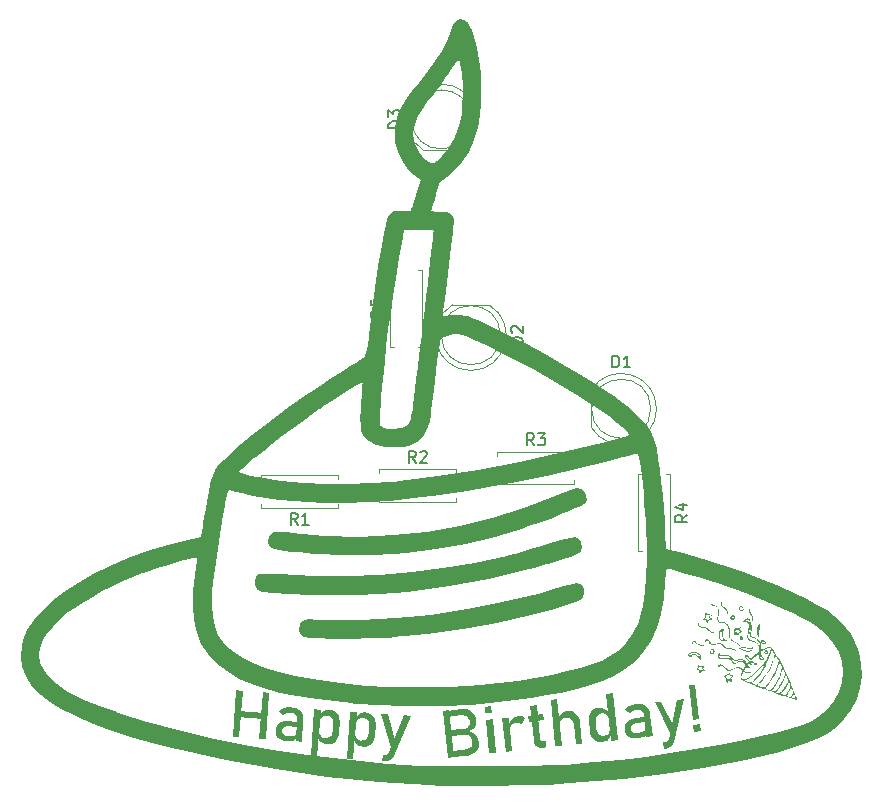
<source format=gbr>
%TF.GenerationSoftware,KiCad,Pcbnew,9.0.2*%
%TF.CreationDate,2025-06-19T19:47:11-10:00*%
%TF.ProjectId,Happy Birthday PCB,48617070-7920-4426-9972-746864617920,rev?*%
%TF.SameCoordinates,Original*%
%TF.FileFunction,Legend,Top*%
%TF.FilePolarity,Positive*%
%FSLAX46Y46*%
G04 Gerber Fmt 4.6, Leading zero omitted, Abs format (unit mm)*
G04 Created by KiCad (PCBNEW 9.0.2) date 2025-06-19 19:47:11*
%MOMM*%
%LPD*%
G01*
G04 APERTURE LIST*
%ADD10C,0.100000*%
%ADD11C,0.150000*%
%ADD12C,0.000000*%
%ADD13C,0.120000*%
G04 APERTURE END LIST*
D10*
G36*
X97362346Y-78014515D02*
G01*
X97308426Y-77501500D01*
X98379150Y-77388962D01*
X98666952Y-77335571D01*
X98860613Y-77255447D01*
X98985289Y-77155553D01*
X99073498Y-77022656D01*
X99119281Y-76871413D01*
X99122293Y-76694919D01*
X99121425Y-76686661D01*
X99082635Y-76499516D01*
X99013613Y-76351937D01*
X98915900Y-76235996D01*
X98789861Y-76156660D01*
X98617701Y-76113770D01*
X98382828Y-76115446D01*
X97176077Y-76242281D01*
X97123382Y-75740925D01*
X98330133Y-75614091D01*
X98527903Y-75574614D01*
X98673245Y-75508776D01*
X98778060Y-75419904D01*
X98850705Y-75304186D01*
X98889142Y-75159836D01*
X98889468Y-74977433D01*
X98848036Y-74789753D01*
X98773973Y-74651780D01*
X98668930Y-74552169D01*
X98536262Y-74488257D01*
X98361535Y-74455135D01*
X98131724Y-74460050D01*
X97001245Y-74578868D01*
X96947325Y-74065853D01*
X98178367Y-73936466D01*
X98474811Y-73926825D01*
X98717042Y-73960621D01*
X98915491Y-74031281D01*
X99078551Y-74136067D01*
X99216765Y-74276744D01*
X99324000Y-74445328D01*
X99401067Y-74646490D01*
X99446019Y-74886765D01*
X99446864Y-75080906D01*
X99408284Y-75266616D01*
X99329134Y-75447694D01*
X99211247Y-75601653D01*
X99043994Y-75725437D01*
X98815852Y-75819188D01*
X99053414Y-75856744D01*
X99251709Y-75944268D01*
X99419150Y-76082166D01*
X99551116Y-76257744D01*
X99639678Y-76454199D01*
X99686184Y-76676420D01*
X99687027Y-76684436D01*
X99691072Y-76923387D01*
X99652941Y-77134602D01*
X99575039Y-77323853D01*
X99456207Y-77495560D01*
X99305389Y-77638426D01*
X99122959Y-77750433D01*
X98903472Y-77831879D01*
X98639540Y-77880276D01*
X97362346Y-78014515D01*
G37*
G36*
X97036368Y-78048777D02*
G01*
X96621346Y-74100115D01*
X97172983Y-74042136D01*
X97588004Y-77990797D01*
X97036368Y-78048777D01*
G37*
G36*
X100220750Y-74287638D02*
G01*
X100161928Y-73727985D01*
X100716237Y-73669725D01*
X100775058Y-74229378D01*
X100220750Y-74287638D01*
G37*
G36*
X100576949Y-77676646D02*
G01*
X100281205Y-74862837D01*
X100835514Y-74804576D01*
X101131258Y-77618386D01*
X100576949Y-77676646D01*
G37*
G36*
X101972194Y-77530000D02*
G01*
X101676451Y-74716190D01*
X102230760Y-74657930D01*
X102526503Y-77471740D01*
X101972194Y-77530000D01*
G37*
G36*
X103298310Y-75220848D02*
G01*
X103207641Y-75151091D01*
X103099188Y-75104493D01*
X102978701Y-75082748D01*
X102836372Y-75085454D01*
X102668094Y-75121004D01*
X102539538Y-75183984D01*
X102442243Y-75272758D01*
X102374788Y-75385685D01*
X102339484Y-75522414D01*
X102339289Y-75690519D01*
X102225070Y-75152897D01*
X102304732Y-74985634D01*
X102402859Y-74844726D01*
X102519711Y-74727023D01*
X102655340Y-74633237D01*
X102802079Y-74570587D01*
X102962754Y-74537771D01*
X103151251Y-74532616D01*
X103317680Y-74556952D01*
X103472162Y-74611037D01*
X103608283Y-74693163D01*
X103298310Y-75220848D01*
G37*
G36*
X105080648Y-77203289D02*
G01*
X104854596Y-77202467D01*
X104684744Y-77154136D01*
X104556234Y-77064638D01*
X104459388Y-76936720D01*
X104386667Y-76762671D01*
X104342092Y-76529660D01*
X104038256Y-73638849D01*
X104592565Y-73580589D01*
X104896554Y-76472857D01*
X104917473Y-76564344D01*
X104953804Y-76624998D01*
X105007535Y-76661802D01*
X105079262Y-76669034D01*
X105345728Y-76641028D01*
X105401282Y-77169589D01*
X105080648Y-77203289D01*
G37*
G36*
X103886384Y-74990811D02*
G01*
X103833689Y-74489455D01*
X105105539Y-74355779D01*
X105158233Y-74857134D01*
X103886384Y-74990811D01*
G37*
G36*
X106161817Y-77089653D02*
G01*
X105746796Y-73140992D01*
X106301105Y-73082732D01*
X106716126Y-77031393D01*
X106161817Y-77089653D01*
G37*
G36*
X107873811Y-76909715D02*
G01*
X107694639Y-75205009D01*
X107655351Y-75014045D01*
X107587252Y-74869208D01*
X107492718Y-74760597D01*
X107371290Y-74684495D01*
X107223089Y-74644442D01*
X107039355Y-74643703D01*
X106865492Y-74679644D01*
X106733529Y-74742170D01*
X106634474Y-74829190D01*
X106565261Y-74940588D01*
X106528874Y-75076257D01*
X106528274Y-75244099D01*
X106413825Y-74704291D01*
X106495436Y-74537178D01*
X106595477Y-74397519D01*
X106714244Y-74281985D01*
X106851668Y-74190577D01*
X107001301Y-74128872D01*
X107165980Y-74095994D01*
X107393688Y-74092700D01*
X107589021Y-74130553D01*
X107758775Y-74206372D01*
X107907981Y-74321062D01*
X108028755Y-74465058D01*
X108126940Y-74645063D01*
X108201328Y-74867957D01*
X108248488Y-75142377D01*
X108428120Y-76851455D01*
X107873811Y-76909715D01*
G37*
G36*
X110874414Y-76594339D02*
G01*
X110459393Y-72645678D01*
X111013702Y-72587418D01*
X111428723Y-76536079D01*
X110874414Y-76594339D01*
G37*
G36*
X110169626Y-76711639D02*
G01*
X109937376Y-76715397D01*
X109738804Y-76677961D01*
X109566947Y-76602762D01*
X109416604Y-76489202D01*
X109294533Y-76345818D01*
X109195672Y-76167076D01*
X109121094Y-75946282D01*
X109074140Y-75674971D01*
X109009165Y-75056778D01*
X108998192Y-74779817D01*
X109024217Y-74547460D01*
X109082108Y-74352015D01*
X109169233Y-74187026D01*
X109290171Y-74044317D01*
X109438449Y-73935556D01*
X109618598Y-73858667D01*
X109837690Y-73815186D01*
X110002141Y-73812650D01*
X110158405Y-73839789D01*
X110309199Y-73896773D01*
X110447621Y-73980000D01*
X110571902Y-74088797D01*
X110683189Y-74225847D01*
X110686256Y-74804130D01*
X110651278Y-74637389D01*
X110589053Y-74507853D01*
X110497445Y-74404889D01*
X110380121Y-74335552D01*
X110242537Y-74301097D01*
X110072729Y-74301306D01*
X109899414Y-74340125D01*
X109766450Y-74411717D01*
X109665223Y-74515557D01*
X109597530Y-74645515D01*
X109562448Y-74806426D01*
X109564661Y-75007479D01*
X109628589Y-75615713D01*
X109668092Y-75811122D01*
X109735641Y-75958949D01*
X109828540Y-76069419D01*
X109948568Y-76147544D01*
X110093366Y-76188647D01*
X110271253Y-76190134D01*
X110437143Y-76154386D01*
X110564527Y-76090054D01*
X110664534Y-75995314D01*
X110732533Y-75872978D01*
X110766182Y-75730494D01*
X110765425Y-75557378D01*
X110865459Y-76144626D01*
X110782957Y-76331041D01*
X110638737Y-76511051D01*
X110515722Y-76605721D01*
X110361795Y-76673166D01*
X110169626Y-76711639D01*
G37*
G36*
X113863845Y-76280137D02*
G01*
X113676350Y-74496244D01*
X113639377Y-74319457D01*
X113574311Y-74184369D01*
X113483015Y-74082119D01*
X113366369Y-74010794D01*
X113223867Y-73973315D01*
X113047165Y-73972962D01*
X112884020Y-74002755D01*
X112724772Y-74057684D01*
X112577153Y-74135929D01*
X112450765Y-74233591D01*
X112016687Y-73998752D01*
X112120252Y-73869311D01*
X112249467Y-73754528D01*
X112407517Y-73653882D01*
X112671646Y-73545361D01*
X112979422Y-73484977D01*
X113246453Y-73476522D01*
X113472258Y-73507645D01*
X113664331Y-73573610D01*
X113828753Y-73672732D01*
X113967664Y-73805399D01*
X114076038Y-73969298D01*
X114154567Y-74169990D01*
X114200773Y-74415338D01*
X114390948Y-76224737D01*
X113863845Y-76280137D01*
G37*
G36*
X113178002Y-76395446D02*
G01*
X112911848Y-76407259D01*
X112695344Y-76385743D01*
X112519585Y-76336682D01*
X112377026Y-76263514D01*
X112255436Y-76159498D01*
X112160054Y-76024676D01*
X112090244Y-75853049D01*
X112048773Y-75635909D01*
X112043763Y-75425177D01*
X112073022Y-75250967D01*
X112132242Y-75105952D01*
X112220492Y-74984489D01*
X112379912Y-74857721D01*
X112603998Y-74761712D01*
X112912126Y-74702308D01*
X113713955Y-74618033D01*
X113798824Y-75060995D01*
X112961774Y-75148973D01*
X112823009Y-75175932D01*
X112721404Y-75219923D01*
X112648501Y-75278415D01*
X112597933Y-75355331D01*
X112570914Y-75453981D01*
X112570610Y-75581799D01*
X112602101Y-75714299D01*
X112661066Y-75811529D01*
X112747739Y-75881464D01*
X112854865Y-75923776D01*
X112998750Y-75944822D01*
X113190373Y-75938334D01*
X113482969Y-75887507D01*
X113656160Y-75820613D01*
X113741013Y-75754353D01*
X113783722Y-75679785D01*
X113791517Y-75591988D01*
X113890521Y-75984838D01*
X113818848Y-76097162D01*
X113727924Y-76190294D01*
X113619635Y-76265449D01*
X113490678Y-76325744D01*
X113348495Y-76367835D01*
X113178002Y-76395446D01*
G37*
G36*
X116488789Y-73159351D02*
G01*
X117054029Y-73099942D01*
X116215369Y-76675195D01*
X116152109Y-76865601D01*
X116068650Y-77005612D01*
X115966635Y-77105577D01*
X115841055Y-77178039D01*
X115674427Y-77234776D01*
X115456620Y-77272152D01*
X115345126Y-77283870D01*
X115289164Y-76751423D01*
X115400657Y-76739704D01*
X115543107Y-76707661D01*
X115639967Y-76651927D01*
X115712786Y-76565098D01*
X115776756Y-76422906D01*
X116488789Y-73159351D01*
G37*
G36*
X115999418Y-76267868D02*
G01*
X114556481Y-73362445D01*
X115121721Y-73303036D01*
X116243900Y-75640481D01*
X115999418Y-76267868D01*
G37*
G36*
X117774876Y-74843495D02*
G01*
X117466470Y-71909204D01*
X118020779Y-71850944D01*
X118329185Y-74785235D01*
X117774876Y-74843495D01*
G37*
G36*
X117867888Y-75859295D02*
G01*
X117806615Y-75276324D01*
X118388130Y-75215204D01*
X118449402Y-75798176D01*
X117867888Y-75859295D01*
G37*
G36*
X81087928Y-76449696D02*
G01*
X81364890Y-72488956D01*
X81920894Y-72527836D01*
X81643932Y-76488576D01*
X81087928Y-76449696D01*
G37*
G36*
X78836378Y-76292253D02*
G01*
X79113340Y-72331513D01*
X79669344Y-72370392D01*
X79392382Y-76331132D01*
X78836378Y-76292253D01*
G37*
G36*
X79300365Y-74632369D02*
G01*
X79337438Y-74102191D01*
X81537091Y-74256006D01*
X81500018Y-74786183D01*
X79300365Y-74632369D01*
G37*
G36*
X84168368Y-76665102D02*
G01*
X84293492Y-74875752D01*
X84287780Y-74695230D01*
X84247160Y-74550895D01*
X84175006Y-74434346D01*
X84072518Y-74343849D01*
X83938688Y-74282194D01*
X83764733Y-74251163D01*
X83598892Y-74252173D01*
X83432525Y-74278614D01*
X83273562Y-74330037D01*
X83132135Y-74404268D01*
X82745431Y-74097620D01*
X82869900Y-73988129D01*
X83017084Y-73897528D01*
X83190210Y-73825856D01*
X83469171Y-73764849D01*
X83782756Y-73758827D01*
X84047199Y-73796870D01*
X84264169Y-73866731D01*
X84441869Y-73965048D01*
X84586580Y-74091215D01*
X84700344Y-74245988D01*
X84778611Y-74426216D01*
X84821097Y-74637495D01*
X84823996Y-74887140D01*
X84697084Y-76702073D01*
X84168368Y-76665102D01*
G37*
G36*
X83472922Y-76659563D02*
G01*
X83208760Y-76624980D01*
X82999282Y-76566195D01*
X82834712Y-76487359D01*
X82707024Y-76390548D01*
X82605343Y-76266998D01*
X82534822Y-76117661D01*
X82495876Y-75936519D01*
X82492741Y-75715477D01*
X82524400Y-75507076D01*
X82583466Y-75340593D01*
X82666968Y-75208065D01*
X82774968Y-75103772D01*
X82953979Y-75006613D01*
X83191333Y-74950974D01*
X83505095Y-74945979D01*
X84309377Y-75002220D01*
X84316037Y-75453190D01*
X83476426Y-75394479D01*
X83335088Y-75396932D01*
X83227388Y-75422611D01*
X83145435Y-75467555D01*
X83082280Y-75534522D01*
X83038540Y-75626981D01*
X83016045Y-75752804D01*
X83024050Y-75888760D01*
X83065235Y-75994753D01*
X83138448Y-76078675D01*
X83236598Y-76138946D01*
X83374643Y-76184658D01*
X83564481Y-76211544D01*
X83861459Y-76212297D01*
X84043634Y-76176494D01*
X84138704Y-76125976D01*
X84193713Y-76059956D01*
X84216635Y-75974847D01*
X84245917Y-76378921D01*
X84155828Y-76477092D01*
X84050113Y-76553021D01*
X83930420Y-76608230D01*
X83792951Y-76645216D01*
X83645620Y-76661978D01*
X83472922Y-76659563D01*
G37*
G36*
X85461133Y-77911387D02*
G01*
X85738930Y-73938708D01*
X86294935Y-73977588D01*
X86017138Y-77950266D01*
X85461133Y-77911387D01*
G37*
G36*
X86806025Y-76892636D02*
G01*
X86634565Y-76865852D01*
X86485191Y-76812726D01*
X86354130Y-76733965D01*
X86242343Y-76630376D01*
X86154795Y-76505371D01*
X86090452Y-76355613D01*
X86169947Y-75764988D01*
X86175136Y-75939802D01*
X86213522Y-76080206D01*
X86285953Y-76199205D01*
X86389348Y-76289841D01*
X86518888Y-76349136D01*
X86685987Y-76378894D01*
X86863459Y-76371065D01*
X87006690Y-76324556D01*
X87124058Y-76241567D01*
X87213315Y-76127184D01*
X87275726Y-75976854D01*
X87308331Y-75780689D01*
X87351096Y-75169133D01*
X87346352Y-74966466D01*
X87305643Y-74805775D01*
X87233422Y-74677592D01*
X87128594Y-74576609D01*
X86993311Y-74509335D01*
X86819016Y-74476491D01*
X86649232Y-74481837D01*
X86513109Y-74519983D01*
X86398311Y-74591799D01*
X86310278Y-74696529D01*
X86252944Y-74827408D01*
X86223633Y-74997254D01*
X86204505Y-74447966D01*
X86311936Y-74298933D01*
X86432329Y-74180352D01*
X86566514Y-74088883D01*
X86714937Y-74024103D01*
X86870681Y-73990013D01*
X87036674Y-73986363D01*
X87258491Y-74022428D01*
X87441729Y-74093408D01*
X87593594Y-74197438D01*
X87718800Y-74336439D01*
X87810989Y-74498955D01*
X87875235Y-74693214D01*
X87909063Y-74925802D01*
X87907582Y-75204618D01*
X87864545Y-75820073D01*
X87827139Y-76091388D01*
X87760158Y-76313915D01*
X87667165Y-76495850D01*
X87549380Y-76643709D01*
X87402349Y-76762698D01*
X87233114Y-76843908D01*
X87036637Y-76888232D01*
X86806025Y-76892636D01*
G37*
G36*
X88497961Y-78123742D02*
G01*
X88775757Y-74151064D01*
X89331762Y-74189943D01*
X89053965Y-78162622D01*
X88497961Y-78123742D01*
G37*
G36*
X89842852Y-77104992D02*
G01*
X89671392Y-77078208D01*
X89522018Y-77025082D01*
X89390957Y-76946321D01*
X89279170Y-76842732D01*
X89191622Y-76717726D01*
X89127279Y-76567969D01*
X89206775Y-75977344D01*
X89211964Y-76152157D01*
X89250349Y-76292561D01*
X89322780Y-76411561D01*
X89426175Y-76502197D01*
X89555715Y-76561492D01*
X89722814Y-76591250D01*
X89900287Y-76583420D01*
X90043518Y-76536912D01*
X90160886Y-76453923D01*
X90250143Y-76339539D01*
X90312553Y-76189210D01*
X90345159Y-75993045D01*
X90387923Y-75381488D01*
X90383179Y-75178822D01*
X90342470Y-75018130D01*
X90270250Y-74889947D01*
X90165422Y-74788965D01*
X90030138Y-74721691D01*
X89855843Y-74688847D01*
X89686059Y-74694192D01*
X89549936Y-74732338D01*
X89435138Y-74804155D01*
X89347105Y-74908885D01*
X89289771Y-75039763D01*
X89260460Y-75209610D01*
X89241333Y-74660322D01*
X89348763Y-74511288D01*
X89469157Y-74392708D01*
X89603341Y-74301238D01*
X89751765Y-74236459D01*
X89907508Y-74202368D01*
X90073501Y-74198719D01*
X90295318Y-74234784D01*
X90478556Y-74305763D01*
X90630421Y-74409794D01*
X90755627Y-74548794D01*
X90847817Y-74711310D01*
X90912062Y-74905570D01*
X90945891Y-75138158D01*
X90944409Y-75416974D01*
X90901373Y-76032429D01*
X90863966Y-76303743D01*
X90796986Y-76526271D01*
X90703992Y-76708206D01*
X90586208Y-76856065D01*
X90439176Y-76975054D01*
X90269941Y-77056264D01*
X90073465Y-77100587D01*
X89842852Y-77104992D01*
G37*
G36*
X93341719Y-74470347D02*
G01*
X93908687Y-74509993D01*
X92461933Y-77885299D01*
X92366570Y-78061827D01*
X92260066Y-78185218D01*
X92142243Y-78265949D01*
X92005987Y-78315504D01*
X91832039Y-78342445D01*
X91611050Y-78341431D01*
X91499215Y-78333611D01*
X91536561Y-77799534D01*
X91648396Y-77807355D01*
X91794246Y-77800534D01*
X91899312Y-77762466D01*
X91986103Y-77689601D01*
X92073792Y-77560678D01*
X93341719Y-74470347D01*
G37*
G36*
X92319994Y-77446660D02*
G01*
X91403500Y-74334813D01*
X91970468Y-74374460D01*
X92669707Y-76871258D01*
X92319994Y-77446660D01*
G37*
D11*
X91584819Y-40166666D02*
X91108628Y-40499999D01*
X91584819Y-40738094D02*
X90584819Y-40738094D01*
X90584819Y-40738094D02*
X90584819Y-40357142D01*
X90584819Y-40357142D02*
X90632438Y-40261904D01*
X90632438Y-40261904D02*
X90680057Y-40214285D01*
X90680057Y-40214285D02*
X90775295Y-40166666D01*
X90775295Y-40166666D02*
X90918152Y-40166666D01*
X90918152Y-40166666D02*
X91013390Y-40214285D01*
X91013390Y-40214285D02*
X91061009Y-40261904D01*
X91061009Y-40261904D02*
X91108628Y-40357142D01*
X91108628Y-40357142D02*
X91108628Y-40738094D01*
X90584819Y-39261904D02*
X90584819Y-39738094D01*
X90584819Y-39738094D02*
X91061009Y-39785713D01*
X91061009Y-39785713D02*
X91013390Y-39738094D01*
X91013390Y-39738094D02*
X90965771Y-39642856D01*
X90965771Y-39642856D02*
X90965771Y-39404761D01*
X90965771Y-39404761D02*
X91013390Y-39309523D01*
X91013390Y-39309523D02*
X91061009Y-39261904D01*
X91061009Y-39261904D02*
X91156247Y-39214285D01*
X91156247Y-39214285D02*
X91394342Y-39214285D01*
X91394342Y-39214285D02*
X91489580Y-39261904D01*
X91489580Y-39261904D02*
X91537200Y-39309523D01*
X91537200Y-39309523D02*
X91584819Y-39404761D01*
X91584819Y-39404761D02*
X91584819Y-39642856D01*
X91584819Y-39642856D02*
X91537200Y-39738094D01*
X91537200Y-39738094D02*
X91489580Y-39785713D01*
X117324819Y-57476666D02*
X116848628Y-57809999D01*
X117324819Y-58048094D02*
X116324819Y-58048094D01*
X116324819Y-58048094D02*
X116324819Y-57667142D01*
X116324819Y-57667142D02*
X116372438Y-57571904D01*
X116372438Y-57571904D02*
X116420057Y-57524285D01*
X116420057Y-57524285D02*
X116515295Y-57476666D01*
X116515295Y-57476666D02*
X116658152Y-57476666D01*
X116658152Y-57476666D02*
X116753390Y-57524285D01*
X116753390Y-57524285D02*
X116801009Y-57571904D01*
X116801009Y-57571904D02*
X116848628Y-57667142D01*
X116848628Y-57667142D02*
X116848628Y-58048094D01*
X116658152Y-56619523D02*
X117324819Y-56619523D01*
X116277200Y-56857618D02*
X116991485Y-57095713D01*
X116991485Y-57095713D02*
X116991485Y-56476666D01*
X104333333Y-51584819D02*
X104000000Y-51108628D01*
X103761905Y-51584819D02*
X103761905Y-50584819D01*
X103761905Y-50584819D02*
X104142857Y-50584819D01*
X104142857Y-50584819D02*
X104238095Y-50632438D01*
X104238095Y-50632438D02*
X104285714Y-50680057D01*
X104285714Y-50680057D02*
X104333333Y-50775295D01*
X104333333Y-50775295D02*
X104333333Y-50918152D01*
X104333333Y-50918152D02*
X104285714Y-51013390D01*
X104285714Y-51013390D02*
X104238095Y-51061009D01*
X104238095Y-51061009D02*
X104142857Y-51108628D01*
X104142857Y-51108628D02*
X103761905Y-51108628D01*
X104666667Y-50584819D02*
X105285714Y-50584819D01*
X105285714Y-50584819D02*
X104952381Y-50965771D01*
X104952381Y-50965771D02*
X105095238Y-50965771D01*
X105095238Y-50965771D02*
X105190476Y-51013390D01*
X105190476Y-51013390D02*
X105238095Y-51061009D01*
X105238095Y-51061009D02*
X105285714Y-51156247D01*
X105285714Y-51156247D02*
X105285714Y-51394342D01*
X105285714Y-51394342D02*
X105238095Y-51489580D01*
X105238095Y-51489580D02*
X105190476Y-51537200D01*
X105190476Y-51537200D02*
X105095238Y-51584819D01*
X105095238Y-51584819D02*
X104809524Y-51584819D01*
X104809524Y-51584819D02*
X104714286Y-51537200D01*
X104714286Y-51537200D02*
X104666667Y-51489580D01*
X94333333Y-53084819D02*
X94000000Y-52608628D01*
X93761905Y-53084819D02*
X93761905Y-52084819D01*
X93761905Y-52084819D02*
X94142857Y-52084819D01*
X94142857Y-52084819D02*
X94238095Y-52132438D01*
X94238095Y-52132438D02*
X94285714Y-52180057D01*
X94285714Y-52180057D02*
X94333333Y-52275295D01*
X94333333Y-52275295D02*
X94333333Y-52418152D01*
X94333333Y-52418152D02*
X94285714Y-52513390D01*
X94285714Y-52513390D02*
X94238095Y-52561009D01*
X94238095Y-52561009D02*
X94142857Y-52608628D01*
X94142857Y-52608628D02*
X93761905Y-52608628D01*
X94714286Y-52180057D02*
X94761905Y-52132438D01*
X94761905Y-52132438D02*
X94857143Y-52084819D01*
X94857143Y-52084819D02*
X95095238Y-52084819D01*
X95095238Y-52084819D02*
X95190476Y-52132438D01*
X95190476Y-52132438D02*
X95238095Y-52180057D01*
X95238095Y-52180057D02*
X95285714Y-52275295D01*
X95285714Y-52275295D02*
X95285714Y-52370533D01*
X95285714Y-52370533D02*
X95238095Y-52513390D01*
X95238095Y-52513390D02*
X94666667Y-53084819D01*
X94666667Y-53084819D02*
X95285714Y-53084819D01*
X84333333Y-58324819D02*
X84000000Y-57848628D01*
X83761905Y-58324819D02*
X83761905Y-57324819D01*
X83761905Y-57324819D02*
X84142857Y-57324819D01*
X84142857Y-57324819D02*
X84238095Y-57372438D01*
X84238095Y-57372438D02*
X84285714Y-57420057D01*
X84285714Y-57420057D02*
X84333333Y-57515295D01*
X84333333Y-57515295D02*
X84333333Y-57658152D01*
X84333333Y-57658152D02*
X84285714Y-57753390D01*
X84285714Y-57753390D02*
X84238095Y-57801009D01*
X84238095Y-57801009D02*
X84142857Y-57848628D01*
X84142857Y-57848628D02*
X83761905Y-57848628D01*
X85285714Y-58324819D02*
X84714286Y-58324819D01*
X85000000Y-58324819D02*
X85000000Y-57324819D01*
X85000000Y-57324819D02*
X84904762Y-57467676D01*
X84904762Y-57467676D02*
X84809524Y-57562914D01*
X84809524Y-57562914D02*
X84714286Y-57610533D01*
X92994819Y-24743094D02*
X91994819Y-24743094D01*
X91994819Y-24743094D02*
X91994819Y-24504999D01*
X91994819Y-24504999D02*
X92042438Y-24362142D01*
X92042438Y-24362142D02*
X92137676Y-24266904D01*
X92137676Y-24266904D02*
X92232914Y-24219285D01*
X92232914Y-24219285D02*
X92423390Y-24171666D01*
X92423390Y-24171666D02*
X92566247Y-24171666D01*
X92566247Y-24171666D02*
X92756723Y-24219285D01*
X92756723Y-24219285D02*
X92851961Y-24266904D01*
X92851961Y-24266904D02*
X92947200Y-24362142D01*
X92947200Y-24362142D02*
X92994819Y-24504999D01*
X92994819Y-24504999D02*
X92994819Y-24743094D01*
X91994819Y-23838332D02*
X91994819Y-23219285D01*
X91994819Y-23219285D02*
X92375771Y-23552618D01*
X92375771Y-23552618D02*
X92375771Y-23409761D01*
X92375771Y-23409761D02*
X92423390Y-23314523D01*
X92423390Y-23314523D02*
X92471009Y-23266904D01*
X92471009Y-23266904D02*
X92566247Y-23219285D01*
X92566247Y-23219285D02*
X92804342Y-23219285D01*
X92804342Y-23219285D02*
X92899580Y-23266904D01*
X92899580Y-23266904D02*
X92947200Y-23314523D01*
X92947200Y-23314523D02*
X92994819Y-23409761D01*
X92994819Y-23409761D02*
X92994819Y-23695475D01*
X92994819Y-23695475D02*
X92947200Y-23790713D01*
X92947200Y-23790713D02*
X92899580Y-23838332D01*
X103414819Y-43008094D02*
X102414819Y-43008094D01*
X102414819Y-43008094D02*
X102414819Y-42769999D01*
X102414819Y-42769999D02*
X102462438Y-42627142D01*
X102462438Y-42627142D02*
X102557676Y-42531904D01*
X102557676Y-42531904D02*
X102652914Y-42484285D01*
X102652914Y-42484285D02*
X102843390Y-42436666D01*
X102843390Y-42436666D02*
X102986247Y-42436666D01*
X102986247Y-42436666D02*
X103176723Y-42484285D01*
X103176723Y-42484285D02*
X103271961Y-42531904D01*
X103271961Y-42531904D02*
X103367200Y-42627142D01*
X103367200Y-42627142D02*
X103414819Y-42769999D01*
X103414819Y-42769999D02*
X103414819Y-43008094D01*
X102510057Y-42055713D02*
X102462438Y-42008094D01*
X102462438Y-42008094D02*
X102414819Y-41912856D01*
X102414819Y-41912856D02*
X102414819Y-41674761D01*
X102414819Y-41674761D02*
X102462438Y-41579523D01*
X102462438Y-41579523D02*
X102510057Y-41531904D01*
X102510057Y-41531904D02*
X102605295Y-41484285D01*
X102605295Y-41484285D02*
X102700533Y-41484285D01*
X102700533Y-41484285D02*
X102843390Y-41531904D01*
X102843390Y-41531904D02*
X103414819Y-42103332D01*
X103414819Y-42103332D02*
X103414819Y-41484285D01*
X110991905Y-44994819D02*
X110991905Y-43994819D01*
X110991905Y-43994819D02*
X111230000Y-43994819D01*
X111230000Y-43994819D02*
X111372857Y-44042438D01*
X111372857Y-44042438D02*
X111468095Y-44137676D01*
X111468095Y-44137676D02*
X111515714Y-44232914D01*
X111515714Y-44232914D02*
X111563333Y-44423390D01*
X111563333Y-44423390D02*
X111563333Y-44566247D01*
X111563333Y-44566247D02*
X111515714Y-44756723D01*
X111515714Y-44756723D02*
X111468095Y-44851961D01*
X111468095Y-44851961D02*
X111372857Y-44947200D01*
X111372857Y-44947200D02*
X111230000Y-44994819D01*
X111230000Y-44994819D02*
X110991905Y-44994819D01*
X112515714Y-44994819D02*
X111944286Y-44994819D01*
X112230000Y-44994819D02*
X112230000Y-43994819D01*
X112230000Y-43994819D02*
X112134762Y-44137676D01*
X112134762Y-44137676D02*
X112039524Y-44232914D01*
X112039524Y-44232914D02*
X111944286Y-44280533D01*
D12*
%TO.C,G\u002A\u002A\u002A*%
G36*
X122481795Y-66257103D02*
G01*
X122537760Y-66280313D01*
X122599068Y-66336464D01*
X122659982Y-66433265D01*
X122715410Y-66559260D01*
X122760258Y-66702992D01*
X122788142Y-66843497D01*
X122802397Y-66971000D01*
X122803167Y-67076396D01*
X122789581Y-67187692D01*
X122775052Y-67264644D01*
X122745631Y-67426048D01*
X122732723Y-67546927D01*
X122737040Y-67636626D01*
X122759291Y-67704495D01*
X122800186Y-67759880D01*
X122813683Y-67773130D01*
X122869747Y-67820240D01*
X122912319Y-67846833D01*
X122920831Y-67849022D01*
X123014513Y-67864376D01*
X123128196Y-67904592D01*
X123241808Y-67960897D01*
X123335276Y-68024520D01*
X123348000Y-68035692D01*
X123454635Y-68157777D01*
X123528384Y-68301027D01*
X123572866Y-68474613D01*
X123590215Y-68649597D01*
X123601582Y-68887763D01*
X123704643Y-68837970D01*
X123787652Y-68802715D01*
X123893735Y-68763976D01*
X123969815Y-68739406D01*
X124126584Y-68693801D01*
X124245313Y-68667546D01*
X124336735Y-68664604D01*
X124411579Y-68688933D01*
X124480577Y-68744496D01*
X124554460Y-68835252D01*
X124643958Y-68965162D01*
X124664391Y-68995764D01*
X124872345Y-69316788D01*
X125067138Y-69637615D01*
X125252855Y-69966150D01*
X125433583Y-70310298D01*
X125613409Y-70677963D01*
X125796417Y-71077048D01*
X125986694Y-71515460D01*
X126072185Y-71719044D01*
X126140704Y-71884093D01*
X126205555Y-72041103D01*
X126262913Y-72180755D01*
X126308955Y-72293728D01*
X126339857Y-72370704D01*
X126345876Y-72386088D01*
X126379313Y-72465470D01*
X126429085Y-72574954D01*
X126487599Y-72698119D01*
X126530129Y-72784550D01*
X126584313Y-72899072D01*
X126624138Y-72995689D01*
X126645753Y-73064319D01*
X126647503Y-73091914D01*
X126619075Y-73121488D01*
X126561142Y-73129941D01*
X126468709Y-73116802D01*
X126336777Y-73081597D01*
X126250772Y-73054369D01*
X125846667Y-72921378D01*
X125811628Y-72909782D01*
X126182303Y-72909782D01*
X126200040Y-72928196D01*
X126252956Y-72954640D01*
X126325768Y-72983332D01*
X126403193Y-73008487D01*
X126469952Y-73024323D01*
X126491574Y-73026826D01*
X126499864Y-73005591D01*
X126483823Y-72942282D01*
X126449096Y-72851854D01*
X126411105Y-72759887D01*
X126380757Y-72683989D01*
X126364236Y-72639643D01*
X126363745Y-72638082D01*
X126347548Y-72642257D01*
X126314517Y-72680786D01*
X126272509Y-72741902D01*
X126229384Y-72813834D01*
X126193001Y-72884815D01*
X126182303Y-72909782D01*
X125811628Y-72909782D01*
X125486813Y-72802285D01*
X125421354Y-72780441D01*
X125738656Y-72780441D01*
X125744595Y-72805842D01*
X125746004Y-72806451D01*
X125811012Y-72828795D01*
X125892832Y-72854302D01*
X125972445Y-72877356D01*
X126030832Y-72892341D01*
X126046027Y-72895045D01*
X126074404Y-72875755D01*
X126119324Y-72822696D01*
X126171070Y-72747347D01*
X126171150Y-72747219D01*
X126222105Y-72661004D01*
X126261911Y-72584399D01*
X126280676Y-72537791D01*
X126278123Y-72495722D01*
X126261367Y-72424859D01*
X126234827Y-72337553D01*
X126202924Y-72246154D01*
X126170075Y-72163013D01*
X126140700Y-72100480D01*
X126119218Y-72070907D01*
X126113718Y-72071177D01*
X126098010Y-72099579D01*
X126067630Y-72163642D01*
X126028435Y-72250906D01*
X126017932Y-72274918D01*
X125959007Y-72397078D01*
X125887081Y-72527741D01*
X125823440Y-72629860D01*
X125764426Y-72722945D01*
X125738656Y-72780441D01*
X125421354Y-72780441D01*
X125165615Y-72695100D01*
X124959056Y-72625374D01*
X125224275Y-72625374D01*
X125252578Y-72638688D01*
X125315388Y-72663048D01*
X125397543Y-72693067D01*
X125483882Y-72723358D01*
X125559241Y-72748534D01*
X125608459Y-72763207D01*
X125616954Y-72764891D01*
X125639386Y-72745328D01*
X125681632Y-72691514D01*
X125735899Y-72613641D01*
X125756169Y-72582777D01*
X125896966Y-72341600D01*
X125993597Y-72122046D01*
X126028630Y-72006938D01*
X126043304Y-71931621D01*
X126040736Y-71869911D01*
X126018026Y-71798170D01*
X125996851Y-71748046D01*
X125935547Y-71608168D01*
X125836273Y-71809036D01*
X125752297Y-71960367D01*
X125646911Y-72122599D01*
X125531065Y-72280707D01*
X125415705Y-72419666D01*
X125320891Y-72516350D01*
X125263904Y-72571365D01*
X125229456Y-72611606D01*
X125224275Y-72625374D01*
X124959056Y-72625374D01*
X124877477Y-72597836D01*
X124616803Y-72508502D01*
X124594086Y-72500569D01*
X124824159Y-72500569D01*
X124935818Y-72540083D01*
X125012820Y-72564778D01*
X125073455Y-72579819D01*
X125087369Y-72581663D01*
X125121568Y-72564794D01*
X125181776Y-72517674D01*
X125258335Y-72448322D01*
X125313313Y-72394078D01*
X125529146Y-72147789D01*
X125699914Y-71892910D01*
X125795686Y-71705678D01*
X125835121Y-71613389D01*
X125856617Y-71539425D01*
X125859078Y-71470291D01*
X125841408Y-71392494D01*
X125802508Y-71292538D01*
X125753206Y-71182843D01*
X125657735Y-70974974D01*
X125593053Y-71196711D01*
X125483351Y-71505135D01*
X125338508Y-71807281D01*
X125166484Y-72088684D01*
X124975242Y-72334877D01*
X124953209Y-72359368D01*
X124824159Y-72500569D01*
X124594086Y-72500569D01*
X124377998Y-72425110D01*
X124190791Y-72358282D01*
X124461793Y-72358282D01*
X124462117Y-72360228D01*
X124490030Y-72374937D01*
X124551047Y-72402018D01*
X124602860Y-72423658D01*
X124733574Y-72477058D01*
X124871930Y-72327664D01*
X124959836Y-72225619D01*
X125053442Y-72105936D01*
X125126839Y-72002750D01*
X125283522Y-71743355D01*
X125406740Y-71483076D01*
X125479154Y-71288699D01*
X125530249Y-71130189D01*
X125561902Y-71007932D01*
X125574843Y-70909907D01*
X125569805Y-70824096D01*
X125547520Y-70738478D01*
X125517370Y-70661118D01*
X125479390Y-70577310D01*
X125447359Y-70516570D01*
X125427801Y-70491177D01*
X125427015Y-70491040D01*
X125412190Y-70514343D01*
X125392164Y-70574788D01*
X125375425Y-70641452D01*
X125289396Y-70942826D01*
X125165540Y-71256688D01*
X125011059Y-71568888D01*
X124833154Y-71865274D01*
X124639027Y-72131697D01*
X124582883Y-72198838D01*
X124522076Y-72271810D01*
X124479160Y-72328369D01*
X124461793Y-72358282D01*
X124190791Y-72358282D01*
X124155466Y-72345672D01*
X123943611Y-72268198D01*
X123736839Y-72190699D01*
X123655454Y-72159481D01*
X123881065Y-72159481D01*
X124098051Y-72239427D01*
X124198902Y-72275529D01*
X124282467Y-72303495D01*
X124335595Y-72319005D01*
X124345470Y-72320758D01*
X124375396Y-72302593D01*
X124428018Y-72253094D01*
X124493424Y-72181839D01*
X124513219Y-72158651D01*
X124659275Y-71970012D01*
X124806882Y-71753253D01*
X124941807Y-71530134D01*
X125020192Y-71383605D01*
X125081129Y-71250353D01*
X125144232Y-71092426D01*
X125205066Y-70923115D01*
X125259194Y-70755716D01*
X125302181Y-70603520D01*
X125329592Y-70479823D01*
X125335483Y-70438723D01*
X125341059Y-70364428D01*
X125336175Y-70304858D01*
X125316234Y-70243539D01*
X125276638Y-70163995D01*
X125240771Y-70099310D01*
X125130750Y-69903769D01*
X125071603Y-70125469D01*
X124924343Y-70585419D01*
X124736621Y-71013855D01*
X124509100Y-71409576D01*
X124242443Y-71771381D01*
X124037714Y-71998845D01*
X123881065Y-72159481D01*
X123655454Y-72159481D01*
X123529553Y-72111187D01*
X123316158Y-72027673D01*
X123091058Y-71938168D01*
X123047023Y-71920489D01*
X123255069Y-71920489D01*
X123497308Y-72014775D01*
X123605138Y-72055302D01*
X123697882Y-72087522D01*
X123762673Y-72107097D01*
X123782740Y-72110967D01*
X123817713Y-72093569D01*
X123877888Y-72045099D01*
X123953821Y-71973684D01*
X124011896Y-71913747D01*
X124290897Y-71578133D01*
X124535867Y-71207525D01*
X124742462Y-70810003D01*
X124906341Y-70393650D01*
X124997076Y-70080143D01*
X125069068Y-69786960D01*
X124942053Y-69576855D01*
X124815039Y-69366749D01*
X124705076Y-69695726D01*
X124518925Y-70175330D01*
X124290060Y-70626500D01*
X124016689Y-71052156D01*
X123697023Y-71455217D01*
X123486416Y-71683159D01*
X123255069Y-71920489D01*
X123047023Y-71920489D01*
X122941709Y-71878208D01*
X122682439Y-71773624D01*
X122552811Y-71720697D01*
X122785376Y-71720697D01*
X122807052Y-71734146D01*
X122862905Y-71760721D01*
X122938497Y-71794215D01*
X123019392Y-71828417D01*
X123091154Y-71857119D01*
X123139345Y-71874111D01*
X123145996Y-71875798D01*
X123168771Y-71861455D01*
X123219574Y-71822575D01*
X123273029Y-71779351D01*
X123362142Y-71697148D01*
X123472719Y-71581818D01*
X123596414Y-71443226D01*
X123724883Y-71291241D01*
X123849778Y-71135726D01*
X123962754Y-70986550D01*
X124053042Y-70857260D01*
X124221447Y-70580061D01*
X124378829Y-70279322D01*
X124518190Y-69970398D01*
X124632533Y-69668645D01*
X124706093Y-69424364D01*
X124748455Y-69260159D01*
X124623301Y-69077894D01*
X124551142Y-68976609D01*
X124502032Y-68917745D01*
X124472748Y-68898483D01*
X124460062Y-68916003D01*
X124458908Y-68934174D01*
X124449384Y-68977453D01*
X124422821Y-69061244D01*
X124382235Y-69177737D01*
X124330640Y-69319124D01*
X124271054Y-69477593D01*
X124206489Y-69645337D01*
X124139963Y-69814545D01*
X124074491Y-69977409D01*
X124013087Y-70126119D01*
X123958767Y-70252865D01*
X123914547Y-70349839D01*
X123903944Y-70371473D01*
X123833297Y-70505480D01*
X123752877Y-70647566D01*
X123675306Y-70775796D01*
X123639727Y-70830550D01*
X123561784Y-70935592D01*
X123457204Y-71061670D01*
X123335941Y-71198154D01*
X123207948Y-71334411D01*
X123083179Y-71459811D01*
X122971588Y-71563722D01*
X122892203Y-71628939D01*
X122831365Y-71676210D01*
X122792639Y-71710750D01*
X122785376Y-71720697D01*
X122552811Y-71720697D01*
X122467548Y-71685884D01*
X122292870Y-71612328D01*
X122154241Y-71550295D01*
X122047493Y-71497125D01*
X122022185Y-71482084D01*
X122237869Y-71482084D01*
X122250496Y-71510312D01*
X122309007Y-71547741D01*
X122366220Y-71577749D01*
X122472730Y-71624943D01*
X122577966Y-71659231D01*
X122665833Y-71676102D01*
X122711238Y-71674461D01*
X122744070Y-71652868D01*
X122806892Y-71600337D01*
X122892819Y-71523042D01*
X122994965Y-71427157D01*
X123093336Y-71331780D01*
X123274762Y-71146686D01*
X123421967Y-70980992D01*
X123543797Y-70824402D01*
X123603419Y-70738085D01*
X123691394Y-70597752D01*
X123778347Y-70446036D01*
X123858438Y-70294387D01*
X123925826Y-70154252D01*
X123974668Y-70037079D01*
X123996396Y-69967868D01*
X124011501Y-69902472D01*
X123959352Y-69967868D01*
X123769249Y-70196089D01*
X123572086Y-70410929D01*
X123353868Y-70627110D01*
X123177137Y-70790697D01*
X122985836Y-70961572D01*
X122825777Y-71099370D01*
X122691463Y-71208263D01*
X122577399Y-71292423D01*
X122478089Y-71356021D01*
X122388035Y-71403230D01*
X122346190Y-71421413D01*
X122270107Y-71455103D01*
X122237869Y-71482084D01*
X122022185Y-71482084D01*
X121968462Y-71450156D01*
X121912980Y-71406729D01*
X121876883Y-71364183D01*
X121856005Y-71319857D01*
X121846179Y-71271091D01*
X121843239Y-71215225D01*
X121843048Y-71176553D01*
X121845713Y-71134899D01*
X121913875Y-71134899D01*
X121914129Y-71237321D01*
X121922380Y-71266709D01*
X121976287Y-71355121D01*
X122056678Y-71399868D01*
X122164415Y-71401070D01*
X122300356Y-71358847D01*
X122366136Y-71328158D01*
X122451006Y-71277266D01*
X122566161Y-71196500D01*
X122703935Y-71091999D01*
X122856662Y-70969900D01*
X123016676Y-70836343D01*
X123176311Y-70697466D01*
X123327903Y-70559406D01*
X123338127Y-70549826D01*
X123504886Y-70382083D01*
X123674892Y-70191229D01*
X123835818Y-69992248D01*
X123975338Y-69800124D01*
X124048560Y-69686262D01*
X124113272Y-69565446D01*
X124184541Y-69410642D01*
X124255690Y-69238478D01*
X124320042Y-69065580D01*
X124370921Y-68908576D01*
X124391275Y-68832813D01*
X124409443Y-68757181D01*
X124238260Y-68770922D01*
X124102922Y-68795708D01*
X123948806Y-68845392D01*
X123796668Y-68911625D01*
X123667265Y-68986058D01*
X123624772Y-69017687D01*
X123590228Y-69051047D01*
X123574157Y-69088287D01*
X123573023Y-69146159D01*
X123581175Y-69224196D01*
X123594043Y-69307980D01*
X123614527Y-69368397D01*
X123652401Y-69422981D01*
X123717439Y-69489264D01*
X123741726Y-69512193D01*
X123810454Y-69580332D01*
X123860809Y-69637266D01*
X123883090Y-69671906D01*
X123883419Y-69674201D01*
X123860235Y-69716760D01*
X123802082Y-69755146D01*
X123726061Y-69780094D01*
X123679397Y-69784758D01*
X123579806Y-69760275D01*
X123498248Y-69689277D01*
X123437998Y-69575443D01*
X123412857Y-69485342D01*
X123397872Y-69388296D01*
X123396189Y-69358475D01*
X123476757Y-69358475D01*
X123491676Y-69483013D01*
X123530487Y-69592253D01*
X123589208Y-69669409D01*
X123593408Y-69672752D01*
X123639734Y-69694420D01*
X123695720Y-69705096D01*
X123739983Y-69702448D01*
X123752626Y-69690116D01*
X123736814Y-69662581D01*
X123696693Y-69611078D01*
X123670878Y-69580845D01*
X123572422Y-69438537D01*
X123521204Y-69292104D01*
X123514521Y-69229728D01*
X123511843Y-69143872D01*
X123489709Y-69235427D01*
X123476757Y-69358475D01*
X123396189Y-69358475D01*
X123392913Y-69300435D01*
X123396256Y-69258114D01*
X123400741Y-69205148D01*
X123390465Y-69183110D01*
X123390460Y-69183110D01*
X123354792Y-69200658D01*
X123291463Y-69248165D01*
X123208647Y-69317929D01*
X123114513Y-69402248D01*
X123017234Y-69493418D01*
X122924979Y-69583737D01*
X122845920Y-69665503D01*
X122788229Y-69731011D01*
X122760077Y-69772560D01*
X122758599Y-69778753D01*
X122783162Y-69836394D01*
X122851510Y-69895883D01*
X122955631Y-69951707D01*
X123070879Y-69993543D01*
X123170779Y-70027604D01*
X123232126Y-70057965D01*
X123248687Y-70080640D01*
X123211034Y-70125900D01*
X123137400Y-70169913D01*
X123043809Y-70205747D01*
X122946289Y-70226473D01*
X122905569Y-70229024D01*
X122829658Y-70225515D01*
X122773857Y-70208191D01*
X122718414Y-70167786D01*
X122664286Y-70115866D01*
X122550698Y-70002278D01*
X122497697Y-70058695D01*
X122455960Y-70117623D01*
X122451785Y-70174303D01*
X122487445Y-70239417D01*
X122551081Y-70309680D01*
X122610983Y-70374112D01*
X122635976Y-70416083D01*
X122631642Y-70446264D01*
X122626354Y-70453553D01*
X122570419Y-70484402D01*
X122490293Y-70487901D01*
X122405567Y-70465338D01*
X122355291Y-70435741D01*
X122306229Y-70401256D01*
X122278163Y-70389244D01*
X122276807Y-70389963D01*
X122259328Y-70415917D01*
X122224186Y-70471071D01*
X122202470Y-70505765D01*
X122161743Y-70585290D01*
X122158767Y-70645042D01*
X122197370Y-70697904D01*
X122276030Y-70753469D01*
X122344643Y-70789302D01*
X122404273Y-70797048D01*
X122476749Y-70783252D01*
X122564491Y-70771713D01*
X122635393Y-70781599D01*
X122675661Y-70809941D01*
X122680123Y-70827042D01*
X122656562Y-70841610D01*
X122595307Y-70859080D01*
X122524082Y-70873107D01*
X122400700Y-70884225D01*
X122303904Y-70866055D01*
X122213377Y-70812484D01*
X122154932Y-70762034D01*
X122087516Y-70699182D01*
X122020196Y-70837078D01*
X121948957Y-71002688D01*
X121913875Y-71134899D01*
X121845713Y-71134899D01*
X121849352Y-71078027D01*
X121871974Y-70983894D01*
X121916487Y-70873466D01*
X121935662Y-70832562D01*
X121982433Y-70733845D01*
X122004057Y-70669682D01*
X121995799Y-70626458D01*
X121952920Y-70590555D01*
X121870685Y-70548355D01*
X121829969Y-70528727D01*
X121695915Y-70480642D01*
X121548479Y-70465175D01*
X121541031Y-70465137D01*
X121456983Y-70467989D01*
X121388235Y-70480739D01*
X121317238Y-70509203D01*
X121226439Y-70559195D01*
X121187890Y-70582159D01*
X121057072Y-70653782D01*
X120947729Y-70693153D01*
X120849888Y-70698436D01*
X120753579Y-70667796D01*
X120648828Y-70599396D01*
X120525664Y-70491399D01*
X120485503Y-70452825D01*
X120394930Y-70368849D01*
X120309749Y-70297178D01*
X120241600Y-70247242D01*
X120211220Y-70230623D01*
X120137242Y-70214224D01*
X120078317Y-70221215D01*
X120047894Y-70248040D01*
X120049377Y-70273416D01*
X120054935Y-70324287D01*
X120031915Y-70346354D01*
X119996538Y-70332156D01*
X119960414Y-70278270D01*
X119967039Y-70222621D01*
X120007926Y-70174019D01*
X120074587Y-70141273D01*
X120158533Y-70133193D01*
X120184856Y-70136713D01*
X120242294Y-70156886D01*
X120312249Y-70200859D01*
X120402111Y-70274006D01*
X120510822Y-70373676D01*
X120637456Y-70488395D01*
X120739100Y-70565671D01*
X120823945Y-70608508D01*
X120900184Y-70619910D01*
X120976010Y-70602881D01*
X121044463Y-70569328D01*
X121174912Y-70495603D01*
X121272487Y-70444804D01*
X121349038Y-70412709D01*
X121416413Y-70395096D01*
X121486461Y-70387743D01*
X121557836Y-70386406D01*
X121666216Y-70390747D01*
X121753379Y-70408107D01*
X121844913Y-70444986D01*
X121902769Y-70474055D01*
X122070925Y-70561704D01*
X122154898Y-70421310D01*
X122238871Y-70280917D01*
X122174215Y-70139688D01*
X122104012Y-70018336D01*
X122022522Y-69942820D01*
X121924723Y-69911939D01*
X121805594Y-69924492D01*
X121660115Y-69979278D01*
X121609147Y-70004512D01*
X121476062Y-70067038D01*
X121373161Y-70095459D01*
X121289314Y-70086843D01*
X121213390Y-70038258D01*
X121134259Y-69946773D01*
X121076744Y-69864281D01*
X120972741Y-69753597D01*
X120882872Y-69701204D01*
X120821853Y-69677077D01*
X120762872Y-69662917D01*
X120691766Y-69657461D01*
X120594370Y-69659448D01*
X120484988Y-69665742D01*
X120326903Y-69672518D01*
X120209107Y-69667795D01*
X120120404Y-69649381D01*
X120049602Y-69615082D01*
X119992327Y-69569187D01*
X119951429Y-69505652D01*
X119932466Y-69422881D01*
X120001189Y-69422881D01*
X120038646Y-69497724D01*
X120107313Y-69557395D01*
X120115569Y-69561887D01*
X120161041Y-69579973D01*
X120219132Y-69590394D01*
X120300914Y-69593870D01*
X120417460Y-69591124D01*
X120502532Y-69587111D01*
X120636161Y-69580910D01*
X120730135Y-69579608D01*
X120796995Y-69584537D01*
X120849282Y-69597030D01*
X120899535Y-69618421D01*
X120926464Y-69632159D01*
X121020629Y-69698386D01*
X121119942Y-69796833D01*
X121163866Y-69850154D01*
X121247625Y-69948504D01*
X121319745Y-70002543D01*
X121391604Y-70014944D01*
X121474585Y-69988377D01*
X121554953Y-69941935D01*
X121695937Y-69864147D01*
X121817537Y-69826796D01*
X121930045Y-69827232D01*
X121968142Y-69835540D01*
X122068127Y-69880095D01*
X122154993Y-69959674D01*
X122234729Y-70080833D01*
X122283845Y-70181123D01*
X122345172Y-70300642D01*
X122403415Y-70374352D01*
X122463837Y-70408094D01*
X122491805Y-70411769D01*
X122501827Y-70394951D01*
X122475521Y-70345771D01*
X122462439Y-70327549D01*
X122418085Y-70259156D01*
X122364783Y-70164413D01*
X122318310Y-70072502D01*
X122232997Y-69929774D01*
X122131624Y-69832992D01*
X122008918Y-69779877D01*
X121859606Y-69768150D01*
X121678415Y-69795531D01*
X121677934Y-69795643D01*
X121540606Y-69825162D01*
X121439357Y-69837054D01*
X121359948Y-69828007D01*
X121288137Y-69794709D01*
X121209683Y-69733849D01*
X121140657Y-69670699D01*
X121024812Y-69569039D01*
X120923818Y-69501800D01*
X120821786Y-69463341D01*
X120702828Y-69448022D01*
X120551053Y-69450202D01*
X120523787Y-69451731D01*
X120332925Y-69453190D01*
X120188507Y-69431887D01*
X120089792Y-69387666D01*
X120053519Y-69351910D01*
X120026281Y-69321237D01*
X120010306Y-69333955D01*
X120003808Y-69349698D01*
X120001189Y-69422881D01*
X119932466Y-69422881D01*
X119932432Y-69422734D01*
X119933722Y-69334748D01*
X119953685Y-69256006D01*
X119990708Y-69200821D01*
X120035852Y-69183110D01*
X120081834Y-69206651D01*
X120115877Y-69259888D01*
X120151949Y-69317231D01*
X120209259Y-69355283D01*
X120295522Y-69376055D01*
X120418459Y-69381561D01*
X120559548Y-69375612D01*
X120683772Y-69369029D01*
X120771676Y-69369697D01*
X120838952Y-69379217D01*
X120901291Y-69399193D01*
X120936716Y-69414135D01*
X121019822Y-69462533D01*
X121115626Y-69535456D01*
X121200260Y-69613907D01*
X121279755Y-69691973D01*
X121345312Y-69737937D01*
X121412559Y-69755681D01*
X121497123Y-69749085D01*
X121614635Y-69722031D01*
X121624920Y-69719361D01*
X121826051Y-69683980D01*
X121997462Y-69690944D01*
X122140784Y-69740713D01*
X122257646Y-69833749D01*
X122318930Y-69915610D01*
X122401642Y-70048665D01*
X122461466Y-69975568D01*
X122501734Y-69918500D01*
X122521775Y-69874742D01*
X122522231Y-69870875D01*
X122503849Y-69831007D01*
X122455114Y-69772131D01*
X122388003Y-69705980D01*
X122314495Y-69644289D01*
X122246569Y-69598792D01*
X122241967Y-69596325D01*
X122176999Y-69544381D01*
X122166347Y-69513194D01*
X122275840Y-69513194D01*
X122301601Y-69541101D01*
X122331733Y-69558103D01*
X122393749Y-69596411D01*
X122449043Y-69647501D01*
X122505866Y-69721312D01*
X122572466Y-69827785D01*
X122610948Y-69894503D01*
X122683428Y-70010766D01*
X122747842Y-70086751D01*
X122810916Y-70131319D01*
X122871113Y-70161516D01*
X122907703Y-70172805D01*
X122944045Y-70165800D01*
X123003500Y-70141118D01*
X123014058Y-70136680D01*
X123072777Y-70108081D01*
X123087233Y-70087010D01*
X123072074Y-70071684D01*
X123014797Y-70051466D01*
X122973109Y-70046744D01*
X122868193Y-70025007D01*
X122779495Y-69959107D01*
X122703087Y-69845726D01*
X122681247Y-69800341D01*
X122623395Y-69692884D01*
X122552841Y-69593333D01*
X122478772Y-69512032D01*
X122410375Y-69459325D01*
X122365411Y-69444696D01*
X122310744Y-69463528D01*
X122289096Y-69482305D01*
X122275840Y-69513194D01*
X122166347Y-69513194D01*
X122157584Y-69487536D01*
X122178515Y-69433567D01*
X122234588Y-69390249D01*
X122320596Y-69365360D01*
X122398008Y-69363208D01*
X122450445Y-69384632D01*
X122519370Y-69434915D01*
X122589989Y-69500978D01*
X122647510Y-69569744D01*
X122666471Y-69600539D01*
X122702463Y-69670141D01*
X122907102Y-69476263D01*
X123011555Y-69379669D01*
X123121578Y-69281777D01*
X123220105Y-69197628D01*
X123260991Y-69164404D01*
X123341811Y-69096830D01*
X123389702Y-69043670D01*
X123415207Y-68990230D01*
X123427314Y-68932583D01*
X123428768Y-68761908D01*
X123384089Y-68601071D01*
X123296952Y-68461820D01*
X123271427Y-68434217D01*
X123199081Y-68370683D01*
X123117721Y-68321908D01*
X123009979Y-68278432D01*
X122947708Y-68257902D01*
X122757669Y-68192949D01*
X122614007Y-68128619D01*
X122512321Y-68057354D01*
X122448211Y-67971595D01*
X122417275Y-67863783D01*
X122415112Y-67726358D01*
X122437321Y-67551762D01*
X122461234Y-67422373D01*
X122503613Y-67183657D01*
X122527159Y-66989170D01*
X122531990Y-66834381D01*
X122518228Y-66714755D01*
X122485993Y-66625760D01*
X122482552Y-66619711D01*
X122413675Y-66533741D01*
X122334291Y-66497558D01*
X122239113Y-66509830D01*
X122170036Y-66541089D01*
X122087597Y-66580292D01*
X122043915Y-66585606D01*
X122037330Y-66556360D01*
X122062937Y-66497745D01*
X122149965Y-66374390D01*
X122264699Y-66374390D01*
X122273576Y-66398776D01*
X122325081Y-66410252D01*
X122329598Y-66410299D01*
X122401473Y-66432877D01*
X122477769Y-66491991D01*
X122545870Y-66574714D01*
X122593162Y-66668117D01*
X122598805Y-66686191D01*
X122615151Y-66754954D01*
X122623606Y-66823127D01*
X122623459Y-66900240D01*
X122614001Y-66995824D01*
X122594520Y-67119409D01*
X122564308Y-67280526D01*
X122548594Y-67359942D01*
X122518040Y-67523984D01*
X122496567Y-67662748D01*
X122485261Y-67768014D01*
X122485204Y-67831559D01*
X122485903Y-67835514D01*
X122525223Y-67933558D01*
X122601693Y-68016785D01*
X122720070Y-68088815D01*
X122885112Y-68153265D01*
X122917183Y-68163428D01*
X123038652Y-68205401D01*
X123153444Y-68252850D01*
X123243945Y-68298180D01*
X123274164Y-68317373D01*
X123354537Y-68393947D01*
X123424677Y-68492935D01*
X123473764Y-68596180D01*
X123491040Y-68681276D01*
X123497524Y-68726382D01*
X123507753Y-68738414D01*
X123514364Y-68714773D01*
X123514836Y-68653245D01*
X123510099Y-68579984D01*
X123480346Y-68426093D01*
X123423590Y-68277963D01*
X123347384Y-68151508D01*
X123267463Y-68068659D01*
X123192317Y-68023195D01*
X123092466Y-67977568D01*
X123021247Y-67951969D01*
X122887181Y-67905897D01*
X122786795Y-67857398D01*
X122717044Y-67799202D01*
X122674882Y-67724036D01*
X122657263Y-67624627D01*
X122661143Y-67493704D01*
X122683475Y-67323995D01*
X122705088Y-67197031D01*
X122718628Y-67035723D01*
X122707683Y-66862182D01*
X122675334Y-66690915D01*
X122624665Y-66536428D01*
X122558755Y-66413225D01*
X122531198Y-66378556D01*
X122467853Y-66342250D01*
X122380952Y-66332154D01*
X122302963Y-66347701D01*
X122264699Y-66374390D01*
X122149965Y-66374390D01*
X122152313Y-66371062D01*
X122255815Y-66286941D01*
X122367591Y-66248062D01*
X122481795Y-66257103D01*
G37*
G36*
X120977644Y-70906866D02*
G01*
X120979815Y-70948816D01*
X120984139Y-71010299D01*
X121006395Y-71035518D01*
X121060010Y-71040371D01*
X121147028Y-71051993D01*
X121212139Y-71082187D01*
X121241044Y-71123945D01*
X121241401Y-71129289D01*
X121221448Y-71163472D01*
X121170742Y-71211122D01*
X121136766Y-71236560D01*
X121076094Y-71280576D01*
X121038333Y-71311764D01*
X121032132Y-71319636D01*
X121042939Y-71347231D01*
X121070163Y-71404344D01*
X121084449Y-71432750D01*
X121127768Y-71530116D01*
X121136935Y-71588630D01*
X121110288Y-71609808D01*
X121046163Y-71595163D01*
X120953656Y-71551887D01*
X120835942Y-71490279D01*
X120783625Y-71597507D01*
X120734245Y-71681602D01*
X120691962Y-71715554D01*
X120657737Y-71703600D01*
X120648071Y-71669588D01*
X120641543Y-71600015D01*
X120639753Y-71531305D01*
X120631868Y-71405164D01*
X120604074Y-71313521D01*
X120550163Y-71240381D01*
X120514278Y-71208045D01*
X120468921Y-71156747D01*
X120468805Y-71127413D01*
X120563835Y-71127413D01*
X120627967Y-71203630D01*
X120676009Y-71282978D01*
X120707010Y-71374023D01*
X120708431Y-71381981D01*
X120725843Y-71442428D01*
X120747885Y-71468943D01*
X120765562Y-71456293D01*
X120770546Y-71418127D01*
X120774064Y-71390492D01*
X120791970Y-71384041D01*
X120835292Y-71400040D01*
X120902381Y-71433281D01*
X120969980Y-71465866D01*
X120998984Y-71468738D01*
X120995472Y-71435666D01*
X120967902Y-71366112D01*
X120929832Y-71274996D01*
X121033299Y-71206524D01*
X121094010Y-71163853D01*
X121131231Y-71132884D01*
X121136766Y-71125027D01*
X121114177Y-71120022D01*
X121058756Y-71124752D01*
X121048297Y-71126358D01*
X120962226Y-71124972D01*
X120913212Y-71087391D01*
X120901339Y-71032959D01*
X120892624Y-70996344D01*
X120880973Y-70992413D01*
X120847649Y-71006621D01*
X120781646Y-71034726D01*
X120712221Y-71064273D01*
X120563835Y-71127413D01*
X120468805Y-71127413D01*
X120468740Y-71111048D01*
X120515911Y-71067295D01*
X120612611Y-71021838D01*
X120629058Y-71015567D01*
X120723852Y-70976036D01*
X120809240Y-70933626D01*
X120850705Y-70908379D01*
X120920012Y-70866740D01*
X120960215Y-70865575D01*
X120977644Y-70906866D01*
G37*
G36*
X118347558Y-70217896D02*
G01*
X118391404Y-70243701D01*
X118472536Y-70282953D01*
X118577908Y-70279196D01*
X118652306Y-70255362D01*
X118718566Y-70235359D01*
X118748095Y-70248064D01*
X118742683Y-70296648D01*
X118713906Y-70364496D01*
X118661688Y-70472310D01*
X118765435Y-70569083D01*
X118830482Y-70638312D01*
X118849625Y-70683867D01*
X118821787Y-70707808D01*
X118745894Y-70712193D01*
X118692863Y-70708037D01*
X118551622Y-70693460D01*
X118496495Y-70801519D01*
X118450623Y-70878063D01*
X118414155Y-70905183D01*
X118383236Y-70884065D01*
X118363307Y-70842478D01*
X118343420Y-70767352D01*
X118337796Y-70714596D01*
X118327766Y-70671630D01*
X118288421Y-70647029D01*
X118239900Y-70635449D01*
X118159913Y-70617963D01*
X118122912Y-70597345D01*
X118120165Y-70562599D01*
X118139969Y-70509669D01*
X118154547Y-70468720D01*
X118275779Y-70468720D01*
X118297406Y-70538627D01*
X118341331Y-70573490D01*
X118347091Y-70574597D01*
X118390031Y-70595859D01*
X118409579Y-70652086D01*
X118411390Y-70667611D01*
X118419861Y-70725476D01*
X118429499Y-70752383D01*
X118430337Y-70752626D01*
X118448234Y-70731964D01*
X118477863Y-70681397D01*
X118482168Y-70673185D01*
X118514835Y-70621380D01*
X118553046Y-70603606D01*
X118619203Y-70609559D01*
X118620172Y-70609718D01*
X118717096Y-70625693D01*
X118632575Y-70569190D01*
X118579197Y-70529846D01*
X118563205Y-70498608D01*
X118577351Y-70456289D01*
X118584570Y-70442073D01*
X118606750Y-70392445D01*
X118600419Y-70372781D01*
X118577536Y-70368877D01*
X118526133Y-70363344D01*
X118447579Y-70352418D01*
X118412268Y-70346985D01*
X118337258Y-70337762D01*
X118298946Y-70343387D01*
X118283019Y-70367088D01*
X118280769Y-70376658D01*
X118275779Y-70468720D01*
X118154547Y-70468720D01*
X118169967Y-70425403D01*
X118195722Y-70331071D01*
X118197930Y-70321009D01*
X118220424Y-70248835D01*
X118254078Y-70215029D01*
X118281096Y-70207733D01*
X118347558Y-70217896D01*
G37*
G36*
X118079611Y-69096722D02*
G01*
X118245230Y-69149293D01*
X118373201Y-69235132D01*
X118461697Y-69352929D01*
X118508888Y-69501374D01*
X118513136Y-69533920D01*
X118516956Y-69645378D01*
X118500335Y-69711545D01*
X118495154Y-69718872D01*
X118441031Y-69755594D01*
X118387280Y-69742870D01*
X118369889Y-69725901D01*
X118342750Y-69681099D01*
X118310033Y-69612634D01*
X118304065Y-69598556D01*
X118236701Y-69492402D01*
X118138802Y-69408589D01*
X118023536Y-69353479D01*
X117904072Y-69333433D01*
X117796717Y-69353472D01*
X117739445Y-69383824D01*
X117710758Y-69411608D01*
X117709990Y-69415334D01*
X117688041Y-69462835D01*
X117638279Y-69498961D01*
X117585698Y-69506293D01*
X117539388Y-69482882D01*
X117473330Y-69436803D01*
X117434826Y-69405845D01*
X117373680Y-69345322D01*
X117354266Y-69299128D01*
X117465087Y-69299128D01*
X117465264Y-69300824D01*
X117487117Y-69333466D01*
X117534587Y-69375912D01*
X117535912Y-69376906D01*
X117602779Y-69426829D01*
X117676924Y-69347456D01*
X117776704Y-69275123D01*
X117893283Y-69246957D01*
X118019112Y-69260819D01*
X118146640Y-69314571D01*
X118268319Y-69406073D01*
X118376599Y-69533186D01*
X118386960Y-69548627D01*
X118429351Y-69613320D01*
X118437723Y-69541102D01*
X118430206Y-69468973D01*
X118400622Y-69391200D01*
X118397525Y-69385720D01*
X118339771Y-69319439D01*
X118249671Y-69252532D01*
X118206043Y-69227553D01*
X118123926Y-69187888D01*
X118054477Y-69166487D01*
X117976169Y-69159174D01*
X117867472Y-69161775D01*
X117866941Y-69161800D01*
X117750262Y-69174257D01*
X117640596Y-69198074D01*
X117549085Y-69229396D01*
X117486868Y-69264365D01*
X117465087Y-69299128D01*
X117354266Y-69299128D01*
X117352593Y-69295148D01*
X117374101Y-69248250D01*
X117440745Y-69197556D01*
X117526508Y-69150412D01*
X117610332Y-69111982D01*
X117687719Y-69090081D01*
X117779541Y-69080454D01*
X117878171Y-69078731D01*
X118079611Y-69096722D01*
G37*
G36*
X119485355Y-68813247D02*
G01*
X119555932Y-68856191D01*
X119607732Y-68927939D01*
X119632329Y-69016752D01*
X119621300Y-69110891D01*
X119620795Y-69112356D01*
X119565798Y-69216899D01*
X119492806Y-69275482D01*
X119407154Y-69286117D01*
X119314174Y-69246812D01*
X119296113Y-69233529D01*
X119245825Y-69177889D01*
X119227907Y-69104800D01*
X119227309Y-69082996D01*
X119305664Y-69082996D01*
X119325899Y-69157306D01*
X119378766Y-69197616D01*
X119452509Y-69197618D01*
X119490494Y-69182190D01*
X119524741Y-69138243D01*
X119541202Y-69066899D01*
X119538193Y-68990537D01*
X119514032Y-68931537D01*
X119509701Y-68926756D01*
X119452310Y-68897951D01*
X119392892Y-68911699D01*
X119342150Y-68959805D01*
X119310782Y-69034078D01*
X119305664Y-69082996D01*
X119227309Y-69082996D01*
X119227188Y-69078584D01*
X119245948Y-68985217D01*
X119294261Y-68896904D01*
X119360179Y-68831697D01*
X119404424Y-68810846D01*
X119485355Y-68813247D01*
G37*
G36*
X122899817Y-68606060D02*
G01*
X122903398Y-68614358D01*
X122911975Y-68696386D01*
X122889467Y-68795760D01*
X122841412Y-68892464D01*
X122817637Y-68924311D01*
X122709314Y-69018110D01*
X122578790Y-69066988D01*
X122423929Y-69071332D01*
X122242596Y-69031525D01*
X122235427Y-69029235D01*
X122139329Y-68995384D01*
X122050871Y-68959576D01*
X122012175Y-68941329D01*
X121929196Y-68907245D01*
X121838215Y-68882119D01*
X121835316Y-68881563D01*
X121768029Y-68863598D01*
X121726071Y-68842533D01*
X121722483Y-68838435D01*
X121724097Y-68798044D01*
X121735437Y-68786476D01*
X121869207Y-68786476D01*
X121891929Y-68802074D01*
X121951932Y-68829795D01*
X122036970Y-68864901D01*
X122134798Y-68902658D01*
X122233169Y-68938329D01*
X122319837Y-68967178D01*
X122379300Y-68983756D01*
X122469701Y-68987733D01*
X122578114Y-68970268D01*
X122677188Y-68935983D01*
X122684984Y-68932090D01*
X122746500Y-68888341D01*
X122784703Y-68843151D01*
X122799647Y-68808174D01*
X122782298Y-68804182D01*
X122744538Y-68817263D01*
X122624088Y-68840729D01*
X122468457Y-68832079D01*
X122274821Y-68791139D01*
X122260776Y-68787335D01*
X122142606Y-68761337D01*
X122033709Y-68748713D01*
X121944794Y-68749486D01*
X121886570Y-68763680D01*
X121869207Y-68786476D01*
X121735437Y-68786476D01*
X121767302Y-68753972D01*
X121842461Y-68713178D01*
X121937440Y-68683175D01*
X122016038Y-68668600D01*
X122084235Y-68666150D01*
X122161145Y-68677198D01*
X122265878Y-68703119D01*
X122284234Y-68708119D01*
X122399626Y-68735604D01*
X122512744Y-68755691D01*
X122601091Y-68764465D01*
X122608797Y-68764573D01*
X122686756Y-68759496D01*
X122740064Y-68736424D01*
X122792420Y-68683593D01*
X122806432Y-68666478D01*
X122855050Y-68610130D01*
X122883065Y-68591663D01*
X122899817Y-68606060D01*
G37*
G36*
X119068467Y-67992610D02*
G01*
X119150861Y-68041036D01*
X119216406Y-68131218D01*
X119240529Y-68189869D01*
X119301027Y-68322236D01*
X119380246Y-68407102D01*
X119480640Y-68445386D01*
X119604660Y-68438003D01*
X119754759Y-68385870D01*
X119759355Y-68383778D01*
X119890481Y-68330303D01*
X120000617Y-68304361D01*
X120100020Y-68308475D01*
X120198944Y-68345170D01*
X120307643Y-68416967D01*
X120436374Y-68526389D01*
X120472032Y-68559126D01*
X120568232Y-68646346D01*
X120642741Y-68704023D01*
X120711621Y-68738835D01*
X120790931Y-68757460D01*
X120896733Y-68766577D01*
X120979815Y-68770270D01*
X121115433Y-68782112D01*
X121226407Y-68809343D01*
X121326416Y-68851731D01*
X121404255Y-68895262D01*
X121458602Y-68936013D01*
X121476828Y-68962686D01*
X121467206Y-68989804D01*
X121433640Y-68992146D01*
X121369083Y-68968419D01*
X121286521Y-68927799D01*
X121197766Y-68890247D01*
X121093560Y-68864820D01*
X120957613Y-68847853D01*
X120916026Y-68844449D01*
X120793470Y-68833243D01*
X120700653Y-68816706D01*
X120624029Y-68788257D01*
X120550053Y-68741314D01*
X120465177Y-68669294D01*
X120369730Y-68578999D01*
X120258567Y-68478500D01*
X120166595Y-68416073D01*
X120080739Y-68388611D01*
X119987922Y-68393004D01*
X119875069Y-68426143D01*
X119818447Y-68447927D01*
X119708548Y-68486711D01*
X119602351Y-68515420D01*
X119519961Y-68528778D01*
X119508886Y-68529145D01*
X119386592Y-68504655D01*
X119283729Y-68433981D01*
X119205622Y-68321322D01*
X119185781Y-68274549D01*
X119146156Y-68176018D01*
X119112232Y-68118093D01*
X119076059Y-68090876D01*
X119033028Y-68084449D01*
X118960347Y-68105246D01*
X118918619Y-68159923D01*
X118913285Y-68194315D01*
X118901351Y-68235390D01*
X118875093Y-68234101D01*
X118848827Y-68191862D01*
X118847482Y-68187803D01*
X118849999Y-68119402D01*
X118888328Y-68050672D01*
X118949804Y-68000960D01*
X118976195Y-67991180D01*
X119068467Y-67992610D01*
G37*
G36*
X119467318Y-65068895D02*
G01*
X119565392Y-65097329D01*
X119668275Y-65136942D01*
X119765596Y-65184437D01*
X119846984Y-65236516D01*
X119882275Y-65266992D01*
X119956522Y-65351784D01*
X120005093Y-65437104D01*
X120029440Y-65532993D01*
X120031015Y-65649492D01*
X120011270Y-65796641D01*
X119980451Y-65946048D01*
X119954029Y-66069556D01*
X119940106Y-66157349D01*
X119937713Y-66224264D01*
X119945877Y-66285140D01*
X119955620Y-66325616D01*
X119989002Y-66425184D01*
X120033696Y-66491368D01*
X120101173Y-66532736D01*
X120202905Y-66557859D01*
X120280308Y-66568160D01*
X120440327Y-66592952D01*
X120561916Y-66629776D01*
X120658552Y-66684114D01*
X120736522Y-66753781D01*
X120798954Y-66827768D01*
X120845427Y-66906080D01*
X120878815Y-66998729D01*
X120901990Y-67115725D01*
X120917828Y-67267078D01*
X120927036Y-67417405D01*
X120939981Y-67609173D01*
X120958620Y-67757603D01*
X120985108Y-67871553D01*
X121021602Y-67959882D01*
X121070256Y-68031449D01*
X121078907Y-68041478D01*
X121120358Y-68072975D01*
X121197684Y-68118920D01*
X121298931Y-68172563D01*
X121387235Y-68215600D01*
X121543125Y-68294893D01*
X121653416Y-68366681D01*
X121723365Y-68435742D01*
X121758226Y-68506859D01*
X121764573Y-68558831D01*
X121756305Y-68618008D01*
X121735262Y-68629378D01*
X121707077Y-68594104D01*
X121686242Y-68542665D01*
X121656345Y-68478377D01*
X121607751Y-68423127D01*
X121531889Y-68370574D01*
X121420189Y-68314379D01*
X121317973Y-68270263D01*
X121177379Y-68204582D01*
X121068743Y-68133458D01*
X120987599Y-68049001D01*
X120929481Y-67943323D01*
X120889923Y-67808533D01*
X120864461Y-67636742D01*
X120849865Y-67443211D01*
X120838359Y-67271181D01*
X120824520Y-67141747D01*
X120806909Y-67045197D01*
X120784087Y-66971817D01*
X120777863Y-66956999D01*
X120691955Y-66819696D01*
X120573018Y-66722354D01*
X120420327Y-66664554D01*
X120238331Y-66645872D01*
X120097179Y-66625223D01*
X119987463Y-66564587D01*
X119924910Y-66489379D01*
X119886300Y-66403767D01*
X119867321Y-66304632D01*
X119867648Y-66182039D01*
X119886953Y-66026052D01*
X119906151Y-65919272D01*
X119934043Y-65754385D01*
X119947360Y-65624868D01*
X119945418Y-65537643D01*
X119944521Y-65532368D01*
X119896724Y-65414027D01*
X119804401Y-65309572D01*
X119674619Y-65224232D01*
X119514448Y-65163235D01*
X119416838Y-65142099D01*
X119336315Y-65120027D01*
X119305991Y-65088025D01*
X119305664Y-65083647D01*
X119327083Y-65058756D01*
X119384425Y-65054938D01*
X119467318Y-65068895D01*
G37*
G36*
X118037694Y-68205353D02*
G01*
X118091940Y-68241426D01*
X118180632Y-68309679D01*
X118274314Y-68381744D01*
X118295943Y-68398378D01*
X118366287Y-68445547D01*
X118433696Y-68469123D01*
X118522529Y-68476597D01*
X118550990Y-68476828D01*
X118640827Y-68479980D01*
X118688499Y-68491123D01*
X118703873Y-68512787D01*
X118704016Y-68516066D01*
X118686424Y-68551029D01*
X118671318Y-68555661D01*
X118619146Y-68561381D01*
X118586303Y-68567584D01*
X118530600Y-68567737D01*
X118449679Y-68554842D01*
X118409716Y-68545108D01*
X118326206Y-68517163D01*
X118258661Y-68485847D01*
X118239685Y-68473199D01*
X118194346Y-68434820D01*
X118127708Y-68377471D01*
X118082674Y-68338366D01*
X118007195Y-68282371D01*
X117938204Y-68247683D01*
X117907972Y-68241401D01*
X117835715Y-68259769D01*
X117788386Y-68305948D01*
X117779441Y-68366543D01*
X117779994Y-68368781D01*
X117778160Y-68417804D01*
X117764364Y-68436318D01*
X117736750Y-68429923D01*
X117712654Y-68390339D01*
X117700053Y-68336505D01*
X117704324Y-68293718D01*
X117756050Y-68211095D01*
X117834633Y-68168048D01*
X117931404Y-68165744D01*
X118037694Y-68205353D01*
G37*
G36*
X123802122Y-68067933D02*
G01*
X123881923Y-68126387D01*
X123939983Y-68201016D01*
X123961895Y-68279761D01*
X123952558Y-68347439D01*
X123929999Y-68392223D01*
X123929050Y-68393046D01*
X123847170Y-68431062D01*
X123753530Y-68432529D01*
X123701646Y-68413961D01*
X123644195Y-68368005D01*
X123611757Y-68302050D01*
X123602502Y-68232335D01*
X123679202Y-68232335D01*
X123692846Y-68292570D01*
X123739435Y-68337340D01*
X123800294Y-68353288D01*
X123835146Y-68343870D01*
X123874889Y-68301678D01*
X123883419Y-68269842D01*
X123864297Y-68212723D01*
X123817922Y-68176843D01*
X123760779Y-68165230D01*
X123709355Y-68180913D01*
X123680135Y-68226918D01*
X123679202Y-68232335D01*
X123602502Y-68232335D01*
X123598532Y-68202430D01*
X123597513Y-68168643D01*
X123604688Y-68083702D01*
X123630679Y-68043536D01*
X123634971Y-68041569D01*
X123714999Y-68036159D01*
X123802122Y-68067933D01*
G37*
G36*
X120406458Y-67148961D02*
G01*
X120430390Y-67173375D01*
X120430471Y-67175438D01*
X120421660Y-67216700D01*
X120398997Y-67288189D01*
X120378154Y-67345749D01*
X120336301Y-67504044D01*
X120327815Y-67660328D01*
X120349988Y-67805851D01*
X120400110Y-67931860D01*
X120475475Y-68029605D01*
X120573373Y-68090334D01*
X120611896Y-68101112D01*
X120667675Y-68122460D01*
X120692030Y-68151970D01*
X120692070Y-68153115D01*
X120668478Y-68171816D01*
X120607107Y-68183489D01*
X120522059Y-68187823D01*
X120427441Y-68184506D01*
X120337355Y-68173225D01*
X120289732Y-68162024D01*
X120178331Y-68103397D01*
X120091048Y-68008065D01*
X120028879Y-67886253D01*
X119992817Y-67748184D01*
X119984474Y-67614007D01*
X120063687Y-67614007D01*
X120074138Y-67751316D01*
X120111742Y-67882291D01*
X120175951Y-67994523D01*
X120234536Y-68053807D01*
X120300680Y-68095730D01*
X120352124Y-68110161D01*
X120377300Y-68094421D01*
X120378167Y-68087046D01*
X120367840Y-68052174D01*
X120341112Y-67986204D01*
X120313026Y-67923555D01*
X120258813Y-67747346D01*
X120249759Y-67555848D01*
X120284052Y-67369245D01*
X120302925Y-67287543D01*
X120295028Y-67249776D01*
X120257902Y-67253552D01*
X120200728Y-67288200D01*
X120126433Y-67370038D01*
X120080936Y-67482778D01*
X120063687Y-67614007D01*
X119984474Y-67614007D01*
X119983857Y-67604083D01*
X120002994Y-67464176D01*
X120051223Y-67338685D01*
X120129538Y-67237837D01*
X120195300Y-67191272D01*
X120274582Y-67158875D01*
X120349745Y-67144450D01*
X120406458Y-67148961D01*
G37*
G36*
X121990697Y-67763301D02*
G01*
X122056044Y-67816885D01*
X122084461Y-67902810D01*
X122085015Y-67918510D01*
X122063205Y-67993962D01*
X122008034Y-68050090D01*
X121934891Y-68079878D01*
X121859166Y-68076313D01*
X121807393Y-68045056D01*
X121755553Y-67961920D01*
X121755025Y-67882248D01*
X121832992Y-67882248D01*
X121838165Y-67943795D01*
X121842153Y-67951984D01*
X121886542Y-67999340D01*
X121944279Y-67996489D01*
X121969590Y-67982995D01*
X121996680Y-67940253D01*
X121991741Y-67884734D01*
X121960432Y-67839949D01*
X121932314Y-67828140D01*
X121867975Y-67838752D01*
X121832992Y-67882248D01*
X121755025Y-67882248D01*
X121754941Y-67869525D01*
X121769669Y-67829824D01*
X121810087Y-67775433D01*
X121874418Y-67752177D01*
X121896888Y-67749658D01*
X121990697Y-67763301D01*
G37*
G36*
X123500275Y-66672478D02*
G01*
X123510803Y-66680030D01*
X123513519Y-66703204D01*
X123507961Y-66750659D01*
X123493667Y-66831057D01*
X123470177Y-66953059D01*
X123466369Y-66972708D01*
X123441620Y-67114402D01*
X123419409Y-67266193D01*
X123403389Y-67402269D01*
X123399755Y-67443563D01*
X123385398Y-67608938D01*
X123370622Y-67725495D01*
X123354229Y-67796728D01*
X123335020Y-67826130D01*
X123311796Y-67817194D01*
X123285300Y-67777085D01*
X123222196Y-67613281D01*
X123190031Y-67426863D01*
X123190024Y-67421282D01*
X123262249Y-67421282D01*
X123269850Y-67475932D01*
X123279001Y-67511809D01*
X123287753Y-67519300D01*
X123297768Y-67493074D01*
X123310706Y-67427797D01*
X123328226Y-67318134D01*
X123336917Y-67260453D01*
X123355013Y-67136813D01*
X123369724Y-67031561D01*
X123379549Y-66955769D01*
X123382989Y-66920508D01*
X123382986Y-66920391D01*
X123373004Y-66925265D01*
X123348612Y-66967404D01*
X123333239Y-66998867D01*
X123288814Y-67130010D01*
X123264022Y-67279306D01*
X123262249Y-67421282D01*
X123190024Y-67421282D01*
X123189777Y-67236187D01*
X123222405Y-67059605D01*
X123244108Y-66998867D01*
X123288240Y-66909341D01*
X123343133Y-66819912D01*
X123400048Y-66742572D01*
X123450244Y-66689315D01*
X123482395Y-66671885D01*
X123500275Y-66672478D01*
G37*
G36*
X121834259Y-67004228D02*
G01*
X121827520Y-67073874D01*
X121802121Y-67171294D01*
X121811614Y-67206869D01*
X121865793Y-67241800D01*
X121897207Y-67255104D01*
X121958394Y-67285393D01*
X121988881Y-67313174D01*
X121989064Y-67322381D01*
X121957925Y-67347745D01*
X121896251Y-67383935D01*
X121857544Y-67403640D01*
X121775786Y-67452867D01*
X121724988Y-67514459D01*
X121697183Y-67575934D01*
X121655935Y-67657628D01*
X121610111Y-67688487D01*
X121553316Y-67669961D01*
X121496567Y-67621443D01*
X121425939Y-67550815D01*
X121358451Y-67614217D01*
X121310702Y-67653606D01*
X121282753Y-67657108D01*
X121266582Y-67639067D01*
X121244921Y-67571367D01*
X121254506Y-67479135D01*
X121255152Y-67477022D01*
X121348571Y-67477022D01*
X121357905Y-67489964D01*
X121391153Y-67458364D01*
X121400251Y-67447091D01*
X121450980Y-67392501D01*
X121484694Y-67385516D01*
X121507956Y-67427040D01*
X121517064Y-67463182D01*
X121537850Y-67542940D01*
X121558654Y-67575087D01*
X121584731Y-67564065D01*
X121605530Y-67537961D01*
X121649823Y-67478633D01*
X121706128Y-67407725D01*
X121716977Y-67394544D01*
X121759739Y-67340491D01*
X121771101Y-67310696D01*
X121753395Y-67289429D01*
X121734407Y-67277101D01*
X121697178Y-67234611D01*
X121697284Y-67203635D01*
X121698397Y-67175115D01*
X121671175Y-67179065D01*
X121616201Y-67190387D01*
X121543306Y-67195057D01*
X121490785Y-67199838D01*
X121455397Y-67222329D01*
X121423730Y-67274745D01*
X121401573Y-67324159D01*
X121363133Y-67421200D01*
X121348571Y-67477022D01*
X121255152Y-67477022D01*
X121281393Y-67391246D01*
X121306454Y-67293148D01*
X121319123Y-67187853D01*
X121319482Y-67172388D01*
X121319352Y-67114245D01*
X121325558Y-67081497D01*
X121348738Y-67070556D01*
X121399532Y-67077836D01*
X121488579Y-67099748D01*
X121515217Y-67106389D01*
X121574049Y-67105696D01*
X121645472Y-67071979D01*
X121689189Y-67041884D01*
X121767286Y-66990746D01*
X121814912Y-66977356D01*
X121834259Y-67004228D01*
G37*
G36*
X118333047Y-66585594D02*
G01*
X118332778Y-66627126D01*
X118309423Y-66663636D01*
X118282092Y-66720244D01*
X118299409Y-66782516D01*
X118355023Y-66844439D01*
X118442585Y-66899998D01*
X118555745Y-66943179D01*
X118620614Y-66958376D01*
X118777745Y-66988004D01*
X118893315Y-67011576D01*
X118977082Y-67033196D01*
X119038809Y-67056964D01*
X119088254Y-67086983D01*
X119135178Y-67127355D01*
X119189340Y-67182183D01*
X119213937Y-67207751D01*
X119314053Y-67307622D01*
X119391599Y-67373270D01*
X119456843Y-67411199D01*
X119520051Y-67427914D01*
X119565530Y-67430484D01*
X119628581Y-67441675D01*
X119645726Y-67469722D01*
X119623309Y-67496861D01*
X119566059Y-67508183D01*
X119488975Y-67503799D01*
X119407057Y-67483822D01*
X119368247Y-67467664D01*
X119309797Y-67427341D01*
X119235316Y-67360515D01*
X119162442Y-67283332D01*
X119094306Y-67208180D01*
X119033497Y-67154837D01*
X118967326Y-67117278D01*
X118883103Y-67089478D01*
X118768138Y-67065411D01*
X118667613Y-67048377D01*
X118553295Y-67026249D01*
X118450630Y-67000149D01*
X118376711Y-66974632D01*
X118360672Y-66966608D01*
X118300730Y-66913626D01*
X118246610Y-66837926D01*
X118212332Y-66761274D01*
X118207003Y-66728019D01*
X118219965Y-66671658D01*
X118250554Y-66613192D01*
X118286325Y-66573518D01*
X118302757Y-66567250D01*
X118333047Y-66585594D01*
G37*
G36*
X118982223Y-65828106D02*
G01*
X118993338Y-65835932D01*
X119064162Y-65870383D01*
X119158799Y-65897208D01*
X119206645Y-65904937D01*
X119324536Y-65924448D01*
X119402884Y-65951016D01*
X119435800Y-65982514D01*
X119436457Y-65987836D01*
X119415154Y-66011036D01*
X119362250Y-66043247D01*
X119344902Y-66051889D01*
X119286376Y-66084465D01*
X119255050Y-66110994D01*
X119253394Y-66115591D01*
X119273725Y-66139591D01*
X119325926Y-66179835D01*
X119372246Y-66210692D01*
X119436653Y-66257452D01*
X119475545Y-66297630D01*
X119481343Y-66315326D01*
X119451985Y-66333939D01*
X119386782Y-66350366D01*
X119329792Y-66357981D01*
X119187950Y-66371061D01*
X119109475Y-66534208D01*
X119060892Y-66629787D01*
X119026639Y-66681874D01*
X119002108Y-66695749D01*
X118983661Y-66678424D01*
X118972467Y-66642053D01*
X118958420Y-66575751D01*
X118954564Y-66554171D01*
X118937131Y-66458820D01*
X118919203Y-66404465D01*
X118891054Y-66380606D01*
X118842955Y-66376743D01*
X118793412Y-66380218D01*
X118698592Y-66381569D01*
X118649931Y-66364572D01*
X118646395Y-66325865D01*
X118667737Y-66292300D01*
X118782492Y-66292300D01*
X118805239Y-66299731D01*
X118862028Y-66296383D01*
X118884513Y-66293026D01*
X118986535Y-66275790D01*
X119004526Y-66382282D01*
X119017885Y-66448234D01*
X119029753Y-66485606D01*
X119032767Y-66488774D01*
X119049633Y-66467755D01*
X119080388Y-66414641D01*
X119096395Y-66384140D01*
X119140795Y-66313553D01*
X119186003Y-66283100D01*
X119214641Y-66279506D01*
X119266702Y-66272390D01*
X119271814Y-66249812D01*
X119229453Y-66209923D01*
X119186634Y-66180519D01*
X119126832Y-66133499D01*
X119115357Y-66095943D01*
X119153334Y-66060646D01*
X119209572Y-66033581D01*
X119292585Y-65998408D01*
X119214109Y-65981580D01*
X119132940Y-65963880D01*
X119042797Y-65943837D01*
X119037539Y-65942653D01*
X118939444Y-65920554D01*
X118939444Y-66024138D01*
X118928338Y-66108717D01*
X118886599Y-66175333D01*
X118860968Y-66201030D01*
X118811809Y-66250939D01*
X118784483Y-66286424D01*
X118782492Y-66292300D01*
X118667737Y-66292300D01*
X118686949Y-66262085D01*
X118738876Y-66203004D01*
X118804341Y-66129912D01*
X118840958Y-66074864D01*
X118857046Y-66019087D01*
X118860924Y-65943806D01*
X118860968Y-65927485D01*
X118865221Y-65836234D01*
X118882413Y-65792321D01*
X118919197Y-65791145D01*
X118982223Y-65828106D01*
G37*
G36*
X122662581Y-65403620D02*
G01*
X122641166Y-65449968D01*
X122607787Y-65521077D01*
X122610855Y-65596195D01*
X122652275Y-65686320D01*
X122692495Y-65746838D01*
X122806085Y-65922728D01*
X122878346Y-66075995D01*
X122911805Y-66212544D01*
X122914895Y-66266426D01*
X122909046Y-66362874D01*
X122893506Y-66427658D01*
X122870918Y-66452882D01*
X122854907Y-66445570D01*
X122844082Y-66410590D01*
X122837753Y-66343420D01*
X122837075Y-66310879D01*
X122818528Y-66142233D01*
X122759084Y-65992144D01*
X122673376Y-65869154D01*
X122576017Y-65731161D01*
X122527029Y-65610365D01*
X122526019Y-65505016D01*
X122571253Y-65415008D01*
X122618286Y-65375463D01*
X122652921Y-65373764D01*
X122662581Y-65403620D01*
G37*
G36*
X121275062Y-66003187D02*
G01*
X121323965Y-66059190D01*
X121346636Y-66132039D01*
X121335406Y-66212914D01*
X121282604Y-66292994D01*
X121281827Y-66293774D01*
X121198401Y-66347479D01*
X121110976Y-66349937D01*
X121025788Y-66301205D01*
X121015358Y-66291268D01*
X120967330Y-66213765D01*
X120968576Y-66180744D01*
X121064754Y-66180744D01*
X121065437Y-66241292D01*
X121070451Y-66251860D01*
X121112627Y-66277133D01*
X121172911Y-66271137D01*
X121226453Y-66238399D01*
X121262128Y-66178395D01*
X121262398Y-66118930D01*
X121234326Y-66073633D01*
X121184976Y-66056132D01*
X121138747Y-66069177D01*
X121092207Y-66115303D01*
X121064754Y-66180744D01*
X120968576Y-66180744D01*
X120970446Y-66131172D01*
X121024266Y-66047126D01*
X121047655Y-66024459D01*
X121129237Y-65977001D01*
X121207596Y-65972850D01*
X121275062Y-66003187D01*
G37*
G36*
X120282039Y-64903253D02*
G01*
X120272621Y-64960893D01*
X120264556Y-65038509D01*
X120299964Y-65121259D01*
X120381186Y-65212981D01*
X120473373Y-65289813D01*
X120586284Y-65381840D01*
X120661542Y-65460997D01*
X120707198Y-65539866D01*
X120731306Y-65631033D01*
X120739438Y-65705612D01*
X120740924Y-65807772D01*
X120729836Y-65876924D01*
X120708124Y-65906392D01*
X120683786Y-65896282D01*
X120673346Y-65861624D01*
X120666907Y-65793605D01*
X120665911Y-65750675D01*
X120655873Y-65638314D01*
X120620810Y-65544648D01*
X120553300Y-65457039D01*
X120445919Y-65362850D01*
X120431576Y-65351716D01*
X120349145Y-65284818D01*
X120279444Y-65222059D01*
X120236754Y-65176349D01*
X120235189Y-65174183D01*
X120211220Y-65116224D01*
X120197985Y-65038175D01*
X120196406Y-64959449D01*
X120207404Y-64899460D01*
X120221215Y-64880021D01*
X120262728Y-64872144D01*
X120282039Y-64903253D01*
G37*
G36*
X121955644Y-65227854D02*
G01*
X122031958Y-65282650D01*
X122078680Y-65359755D01*
X122090879Y-65447535D01*
X122063623Y-65534354D01*
X122016852Y-65589693D01*
X121938007Y-65640305D01*
X121865571Y-65643868D01*
X121787672Y-65599914D01*
X121764077Y-65579763D01*
X121694599Y-65492830D01*
X121672346Y-65422808D01*
X121759100Y-65422808D01*
X121773313Y-65492700D01*
X121804886Y-65538007D01*
X121872636Y-65559018D01*
X121948066Y-65543546D01*
X121983651Y-65519928D01*
X122003578Y-65472164D01*
X122003169Y-65403218D01*
X121983742Y-65339529D01*
X121973908Y-65324797D01*
X121916783Y-65291716D01*
X121842669Y-65289846D01*
X121795634Y-65308053D01*
X121766230Y-65353550D01*
X121759100Y-65422808D01*
X121672346Y-65422808D01*
X121665860Y-65402397D01*
X121675357Y-65318765D01*
X121720586Y-65252235D01*
X121799043Y-65213110D01*
X121854669Y-65207003D01*
X121955644Y-65227854D01*
G37*
G36*
X124089559Y-68922730D02*
G01*
X124112359Y-68938662D01*
X124176565Y-69011391D01*
X124190857Y-69092227D01*
X124154565Y-69173472D01*
X124134804Y-69195689D01*
X124072665Y-69246116D01*
X124015415Y-69255868D01*
X123941707Y-69229406D01*
X123884469Y-69176805D01*
X123860789Y-69101819D01*
X123863090Y-69079853D01*
X123939922Y-69079853D01*
X123944536Y-69115993D01*
X123979639Y-69148483D01*
X124033490Y-69148357D01*
X124086018Y-69118072D01*
X124103096Y-69096563D01*
X124116361Y-69053131D01*
X124086822Y-69015883D01*
X124080666Y-69011195D01*
X124031677Y-68984862D01*
X124004059Y-68981585D01*
X123960341Y-69019460D01*
X123939922Y-69079853D01*
X123863090Y-69079853D01*
X123869257Y-69020974D01*
X123908462Y-68950796D01*
X123968953Y-68910382D01*
X124031440Y-68899575D01*
X124089559Y-68922730D01*
G37*
G36*
X108367991Y-55323676D02*
G01*
X108628574Y-55547221D01*
X108780577Y-55858243D01*
X108795227Y-56206953D01*
X108717199Y-56430739D01*
X108584392Y-56543822D01*
X108290522Y-56709606D01*
X107858205Y-56918676D01*
X107310053Y-57161619D01*
X106668681Y-57429023D01*
X105956701Y-57711473D01*
X105196727Y-57999558D01*
X104411373Y-58283863D01*
X103623253Y-58554975D01*
X103577099Y-58570374D01*
X101071408Y-59332083D01*
X98589667Y-59935670D01*
X96080180Y-60391539D01*
X93491252Y-60710089D01*
X92530048Y-60793139D01*
X91915791Y-60828806D01*
X91153279Y-60854694D01*
X90287902Y-60870835D01*
X89365050Y-60877258D01*
X88430113Y-60873996D01*
X87528480Y-60861079D01*
X86705541Y-60838537D01*
X86006686Y-60806403D01*
X85740809Y-60788517D01*
X85117422Y-60734788D01*
X84475636Y-60668936D01*
X83849057Y-60595493D01*
X83271288Y-60518992D01*
X82775936Y-60443966D01*
X82396604Y-60374948D01*
X82166898Y-60316469D01*
X82132487Y-60301820D01*
X81907328Y-60081655D01*
X81826867Y-59764749D01*
X81901913Y-59394605D01*
X81905140Y-59386800D01*
X82015384Y-59168890D01*
X82154402Y-59018482D01*
X82352722Y-58929252D01*
X82640869Y-58894881D01*
X83049370Y-58909044D01*
X83608750Y-58965421D01*
X83818346Y-58990577D01*
X86692069Y-59248729D01*
X89564298Y-59319854D01*
X92423615Y-59205525D01*
X95258602Y-58907317D01*
X98057840Y-58426804D01*
X100809910Y-57765559D01*
X103503394Y-56925156D01*
X106097709Y-55919638D01*
X106697494Y-55671689D01*
X107223449Y-55470273D01*
X107646659Y-55325614D01*
X107938209Y-55247932D01*
X108027599Y-55237398D01*
X108367991Y-55323676D01*
G37*
G36*
X108043629Y-59453787D02*
G01*
X108218825Y-59645017D01*
X108287038Y-59783274D01*
X108376226Y-60184134D01*
X108301312Y-60533045D01*
X108149105Y-60730636D01*
X107978500Y-60825021D01*
X107643972Y-60960695D01*
X107169200Y-61129964D01*
X106577864Y-61325131D01*
X105893642Y-61538501D01*
X105140215Y-61762378D01*
X104341261Y-61989065D01*
X103933965Y-62100557D01*
X100551414Y-62917799D01*
X97142390Y-63546799D01*
X93691036Y-63990179D01*
X91315013Y-64186785D01*
X90659842Y-64219340D01*
X89852697Y-64243881D01*
X88935224Y-64260431D01*
X87949066Y-64269013D01*
X86935869Y-64269650D01*
X85937278Y-64262365D01*
X84994938Y-64247180D01*
X84150493Y-64224119D01*
X83445589Y-64193204D01*
X83266793Y-64182352D01*
X82563106Y-64133939D01*
X82026494Y-64090205D01*
X81630385Y-64046129D01*
X81348203Y-63996691D01*
X81153374Y-63936872D01*
X81019324Y-63861652D01*
X80919479Y-63766009D01*
X80893320Y-63733981D01*
X80739607Y-63421879D01*
X80699813Y-63069916D01*
X80774252Y-62751523D01*
X80888419Y-62593338D01*
X80969215Y-62532105D01*
X81073654Y-62490363D01*
X81231232Y-62467093D01*
X81471444Y-62461277D01*
X81823783Y-62471896D01*
X82317746Y-62497933D01*
X82803114Y-62527225D01*
X85760502Y-62657849D01*
X88592689Y-62673471D01*
X91332587Y-62571316D01*
X94013108Y-62348610D01*
X96667165Y-62002577D01*
X99327669Y-61530442D01*
X102027533Y-60929430D01*
X102171373Y-60894169D01*
X102715705Y-60757955D01*
X103236342Y-60622343D01*
X103766405Y-60477865D01*
X104339010Y-60315052D01*
X104987278Y-60124434D01*
X105744326Y-59896542D01*
X106643272Y-59621908D01*
X106937821Y-59531374D01*
X107434110Y-59402750D01*
X107792385Y-59374959D01*
X108043629Y-59453787D01*
G37*
G36*
X108270309Y-63306199D02*
G01*
X108465991Y-63526907D01*
X108584188Y-63828644D01*
X108607342Y-64157323D01*
X108517896Y-64458853D01*
X108448663Y-64557455D01*
X108259837Y-64685997D01*
X107890899Y-64850019D01*
X107351721Y-65046282D01*
X106652179Y-65271546D01*
X105802148Y-65522570D01*
X104811501Y-65796115D01*
X104110305Y-65980974D01*
X101252648Y-66646090D01*
X98298425Y-67188529D01*
X95308684Y-67598538D01*
X92344474Y-67866364D01*
X92284478Y-67870293D01*
X91634244Y-67905468D01*
X90903364Y-67932932D01*
X90117848Y-67952820D01*
X89303705Y-67965263D01*
X88486943Y-67970396D01*
X87693574Y-67968351D01*
X86949605Y-67959261D01*
X86281046Y-67943260D01*
X85713907Y-67920480D01*
X85274196Y-67891053D01*
X84987924Y-67855114D01*
X84905157Y-67832558D01*
X84679205Y-67695823D01*
X84544355Y-67544227D01*
X84541608Y-67537584D01*
X84475707Y-67184874D01*
X84516065Y-66824061D01*
X84651263Y-66540801D01*
X84678491Y-66510821D01*
X84753838Y-66443370D01*
X84843817Y-66394276D01*
X84975961Y-66361811D01*
X85177798Y-66344244D01*
X85476859Y-66339844D01*
X85900675Y-66346882D01*
X86476775Y-66363628D01*
X86835552Y-66375265D01*
X89696036Y-66387457D01*
X92636633Y-66241761D01*
X95630333Y-65941904D01*
X98650129Y-65491613D01*
X101669012Y-64894615D01*
X104659972Y-64154639D01*
X106262325Y-63694393D01*
X106795058Y-63536806D01*
X107272642Y-63401411D01*
X107660136Y-63297656D01*
X107922600Y-63234988D01*
X108014701Y-63220610D01*
X108270309Y-63306199D01*
G37*
G36*
X98395799Y-15566342D02*
G01*
X98714070Y-15783778D01*
X98719815Y-15789503D01*
X98883542Y-16035994D01*
X99059361Y-16444973D01*
X99238583Y-16986153D01*
X99412514Y-17629246D01*
X99572463Y-18343965D01*
X99709737Y-19100022D01*
X99754680Y-19395565D01*
X99834045Y-20143376D01*
X99876360Y-20983762D01*
X99882959Y-21867422D01*
X99855174Y-22745055D01*
X99794338Y-23567359D01*
X99701784Y-24285032D01*
X99610375Y-24732824D01*
X99276258Y-25760409D01*
X98817061Y-26731840D01*
X98254323Y-27612870D01*
X97609582Y-28369255D01*
X96982421Y-28911187D01*
X96397243Y-29337325D01*
X96071581Y-30355494D01*
X95932085Y-30792738D01*
X95809240Y-31179817D01*
X95718440Y-31468114D01*
X95680167Y-31591793D01*
X95656056Y-31703037D01*
X95691952Y-31768102D01*
X95824990Y-31799358D01*
X96092306Y-31809176D01*
X96334972Y-31809923D01*
X96866791Y-31842390D01*
X97234428Y-31948244D01*
X97457844Y-32140166D01*
X97557003Y-32430836D01*
X97566412Y-32592149D01*
X97554885Y-32764120D01*
X97522400Y-33101933D01*
X97472100Y-33579042D01*
X97407128Y-34168900D01*
X97330627Y-34844959D01*
X97245738Y-35580674D01*
X97155607Y-36349496D01*
X97063374Y-37124880D01*
X96972183Y-37880278D01*
X96885177Y-38589144D01*
X96805499Y-39224929D01*
X96736292Y-39761089D01*
X96680698Y-40171075D01*
X96641861Y-40428341D01*
X96632984Y-40476537D01*
X96607504Y-40669078D01*
X96669669Y-40719750D01*
X96804269Y-40689245D01*
X97395458Y-40579337D01*
X98045273Y-40563851D01*
X98651966Y-40643489D01*
X98775709Y-40675626D01*
X99125982Y-40800733D01*
X99622866Y-41011812D01*
X100245071Y-41297861D01*
X100971309Y-41647877D01*
X101780289Y-42050859D01*
X102650721Y-42495804D01*
X103561318Y-42971711D01*
X104490789Y-43467576D01*
X105417844Y-43972397D01*
X106321194Y-44475174D01*
X107179550Y-44964902D01*
X107939694Y-45411486D01*
X109152297Y-46149670D01*
X110202636Y-46819284D01*
X111105441Y-47430927D01*
X111875440Y-47995197D01*
X112527363Y-48522693D01*
X113075942Y-49024013D01*
X113350390Y-49304632D01*
X113873625Y-49915343D01*
X114248725Y-50479839D01*
X114500773Y-51039033D01*
X114586147Y-51320392D01*
X114727393Y-51950286D01*
X114868114Y-52742356D01*
X115004564Y-53664913D01*
X115132998Y-54686267D01*
X115249673Y-55774728D01*
X115350843Y-56898607D01*
X115432764Y-58026212D01*
X115481242Y-58895319D01*
X115549999Y-60338349D01*
X116955724Y-60716067D01*
X118665661Y-61198727D01*
X120292801Y-61708739D01*
X121899297Y-62267605D01*
X123547305Y-62896830D01*
X125099236Y-63533408D01*
X126346051Y-64077120D01*
X127420569Y-64587142D01*
X128338996Y-65075191D01*
X129117537Y-65552984D01*
X129772397Y-66032237D01*
X130319780Y-66524667D01*
X130775892Y-67041992D01*
X131156938Y-67595928D01*
X131440957Y-68118722D01*
X131827757Y-69112995D01*
X132040347Y-70131858D01*
X132082364Y-71152454D01*
X131957445Y-72151924D01*
X131669230Y-73107412D01*
X131221355Y-73996060D01*
X130617458Y-74795010D01*
X130332263Y-75085076D01*
X129761227Y-75575216D01*
X129139380Y-76008041D01*
X128441479Y-76395127D01*
X127642282Y-76748053D01*
X126716546Y-77078398D01*
X125639030Y-77397740D01*
X124830714Y-77608538D01*
X121838472Y-78291635D01*
X118684661Y-78888334D01*
X115382210Y-79396765D01*
X111944046Y-79815057D01*
X108383100Y-80141341D01*
X106340076Y-80283179D01*
X105641776Y-80318532D01*
X104784642Y-80349488D01*
X103803460Y-80375745D01*
X102733019Y-80397001D01*
X101608107Y-80412952D01*
X100463510Y-80423296D01*
X99334018Y-80427731D01*
X98254416Y-80425954D01*
X97259495Y-80417663D01*
X96384040Y-80402555D01*
X95662840Y-80380328D01*
X95579007Y-80376757D01*
X91204085Y-80097439D01*
X86849995Y-79649930D01*
X82540218Y-79037621D01*
X78298237Y-78263903D01*
X74147532Y-77332166D01*
X73669083Y-77213017D01*
X72003051Y-76778729D01*
X70506565Y-76355804D01*
X69156225Y-75936459D01*
X67928632Y-75512908D01*
X66800386Y-75077369D01*
X65748088Y-74622055D01*
X65417353Y-74467960D01*
X64295699Y-73893839D01*
X63355432Y-73318609D01*
X62584248Y-72732292D01*
X61969843Y-72124911D01*
X61499912Y-71486488D01*
X61306163Y-71134051D01*
X61028264Y-70355147D01*
X60916020Y-69512497D01*
X60924093Y-69388155D01*
X62432303Y-69388155D01*
X62541645Y-70016788D01*
X62836972Y-70629953D01*
X63320391Y-71232416D01*
X63994008Y-71828943D01*
X64622947Y-72273773D01*
X65097032Y-72570096D01*
X65572002Y-72837170D01*
X66078454Y-73088309D01*
X66646984Y-73336822D01*
X67308189Y-73596022D01*
X68092665Y-73879218D01*
X69031010Y-74199724D01*
X69112595Y-74227025D01*
X71570812Y-74992207D01*
X74192125Y-75701604D01*
X76952728Y-76351027D01*
X79828814Y-76936283D01*
X82796577Y-77453183D01*
X85832211Y-77897537D01*
X88911909Y-78265154D01*
X92011864Y-78551843D01*
X94706488Y-78732155D01*
X95190365Y-78751403D01*
X95836300Y-78766110D01*
X96618237Y-78776470D01*
X97510125Y-78782674D01*
X98485911Y-78784916D01*
X99519539Y-78783389D01*
X100584959Y-78778284D01*
X101656115Y-78769795D01*
X102706955Y-78758115D01*
X103711426Y-78743436D01*
X104643474Y-78725951D01*
X105477046Y-78705852D01*
X106186089Y-78683333D01*
X106744549Y-78658586D01*
X107018702Y-78641072D01*
X109422954Y-78439838D01*
X111675768Y-78216307D01*
X113818912Y-77964428D01*
X115894160Y-77678154D01*
X117943282Y-77351433D01*
X120008050Y-76978219D01*
X122130234Y-76552460D01*
X123548091Y-76247351D01*
X124715790Y-75977339D01*
X125711516Y-75717298D01*
X126556308Y-75458747D01*
X127271207Y-75193204D01*
X127877251Y-74912186D01*
X128395481Y-74607211D01*
X128846937Y-74269798D01*
X129159790Y-73985012D01*
X129768463Y-73275610D01*
X130193722Y-72518757D01*
X130444118Y-71694302D01*
X130528198Y-70782088D01*
X130528244Y-70759015D01*
X130436223Y-69901441D01*
X130159211Y-69087855D01*
X129695778Y-68315916D01*
X129044497Y-67583284D01*
X128203940Y-66887619D01*
X128136418Y-66839138D01*
X127677167Y-66548020D01*
X127058160Y-66209829D01*
X126304662Y-65835479D01*
X125441938Y-65435882D01*
X124495251Y-65021948D01*
X123489866Y-64604591D01*
X122451047Y-64194722D01*
X121404060Y-63803253D01*
X120374168Y-63441096D01*
X119912595Y-63287182D01*
X119242371Y-63071549D01*
X118555944Y-62857257D01*
X117881542Y-62652482D01*
X117247394Y-62465405D01*
X116681726Y-62304201D01*
X116212767Y-62177050D01*
X115868744Y-62092130D01*
X115677886Y-62057619D01*
X115667331Y-62057251D01*
X115600113Y-62100563D01*
X115548452Y-62248829D01*
X115506917Y-62529547D01*
X115470079Y-62970214D01*
X115461550Y-63099427D01*
X115315472Y-64587634D01*
X115071994Y-65914666D01*
X114722514Y-67091709D01*
X114258435Y-68129951D01*
X113671156Y-69040577D01*
X112952078Y-69834777D01*
X112092601Y-70523736D01*
X111084125Y-71118641D01*
X109918050Y-71630681D01*
X108585777Y-72071041D01*
X108559016Y-72078724D01*
X107659679Y-72310181D01*
X106595825Y-72539114D01*
X105396819Y-72760968D01*
X104092026Y-72971184D01*
X102710813Y-73165205D01*
X101282543Y-73338474D01*
X99836583Y-73486433D01*
X99044151Y-73555391D01*
X98246445Y-73606140D01*
X97305570Y-73642511D01*
X96258658Y-73664875D01*
X95142841Y-73673604D01*
X93995250Y-73669067D01*
X92853015Y-73651636D01*
X91753269Y-73621681D01*
X90733143Y-73579573D01*
X89829769Y-73525683D01*
X89080277Y-73460381D01*
X89035114Y-73455456D01*
X87477480Y-73274681D01*
X86095608Y-73095564D01*
X84871448Y-72914171D01*
X83786949Y-72726566D01*
X82824062Y-72528815D01*
X81964736Y-72316982D01*
X81190921Y-72087132D01*
X80484567Y-71835331D01*
X79827623Y-71557644D01*
X79410227Y-71357216D01*
X78338585Y-70738992D01*
X77444681Y-70048231D01*
X76723416Y-69276937D01*
X76169691Y-68417112D01*
X75778409Y-67460759D01*
X75544469Y-66399881D01*
X75462775Y-65226479D01*
X75462595Y-65165375D01*
X75464053Y-65106377D01*
X77074210Y-65106377D01*
X77135361Y-66071362D01*
X77312919Y-66910355D01*
X77613708Y-67642572D01*
X78044554Y-68287229D01*
X78612281Y-68863544D01*
X78945736Y-69129209D01*
X79694163Y-69612365D01*
X80578435Y-70050298D01*
X81606855Y-70445290D01*
X82787720Y-70799625D01*
X84129330Y-71115586D01*
X85639986Y-71395455D01*
X87327987Y-71641516D01*
X88647328Y-71797889D01*
X90211747Y-71938204D01*
X91892358Y-72035369D01*
X93635983Y-72088916D01*
X95389442Y-72098374D01*
X97099556Y-72063274D01*
X98713147Y-71983148D01*
X99796183Y-71896276D01*
X101421584Y-71721743D01*
X102983160Y-71515969D01*
X104464349Y-71282532D01*
X105848593Y-71025014D01*
X107119332Y-70746993D01*
X108260008Y-70452050D01*
X109254059Y-70143764D01*
X110084927Y-69825716D01*
X110652252Y-69549394D01*
X111450794Y-68997402D01*
X112157486Y-68293977D01*
X112748703Y-67469180D01*
X113200820Y-66553070D01*
X113355386Y-66109908D01*
X113585202Y-65166422D01*
X113754614Y-64048937D01*
X113862888Y-62767937D01*
X113909294Y-61333906D01*
X113893099Y-59757328D01*
X113859737Y-58885547D01*
X113816708Y-58100893D01*
X113760986Y-57281290D01*
X113695184Y-56450770D01*
X113621914Y-55633364D01*
X113543789Y-54853103D01*
X113463422Y-54134018D01*
X113383424Y-53500141D01*
X113306409Y-52975504D01*
X113234989Y-52584137D01*
X113171776Y-52350073D01*
X113143708Y-52299179D01*
X113042374Y-52311367D01*
X112779169Y-52367714D01*
X112379479Y-52462089D01*
X111868688Y-52588358D01*
X111272184Y-52740390D01*
X110708640Y-52887422D01*
X108246419Y-53511065D01*
X105792537Y-54083102D01*
X103363622Y-54601055D01*
X100976300Y-55062450D01*
X98647199Y-55464810D01*
X96392946Y-55805659D01*
X94230167Y-56082520D01*
X92175490Y-56292918D01*
X90245542Y-56434376D01*
X88456949Y-56504418D01*
X86826340Y-56500568D01*
X86514503Y-56490481D01*
X85297085Y-56425598D01*
X84059160Y-56324789D01*
X82835394Y-56192816D01*
X81660455Y-56034439D01*
X80569007Y-55854420D01*
X79595719Y-55657521D01*
X78775255Y-55448504D01*
X78645414Y-55409634D01*
X78580703Y-55392293D01*
X78527656Y-55399952D01*
X78479798Y-55455024D01*
X78430656Y-55579921D01*
X78373758Y-55797056D01*
X78302629Y-56128841D01*
X78210796Y-56597690D01*
X78091787Y-57226013D01*
X78037489Y-57514451D01*
X77843814Y-58601397D01*
X77655747Y-59765652D01*
X77480999Y-60952578D01*
X77327282Y-62107536D01*
X77202308Y-63175888D01*
X77122640Y-63996182D01*
X77074210Y-65106377D01*
X75464053Y-65106377D01*
X75476205Y-64614751D01*
X75513543Y-63959396D01*
X75569369Y-63256426D01*
X75638443Y-62562957D01*
X75715524Y-61936106D01*
X75795372Y-61432988D01*
X75813401Y-61341628D01*
X75841041Y-61163550D01*
X75791411Y-61096752D01*
X75617679Y-61110192D01*
X75497337Y-61132128D01*
X75160114Y-61208469D01*
X74680520Y-61334977D01*
X74099706Y-61499257D01*
X73458824Y-61688914D01*
X72799025Y-61891555D01*
X72161463Y-62094784D01*
X71587287Y-62286209D01*
X71148473Y-62441954D01*
X70411413Y-62736734D01*
X69577025Y-63106304D01*
X68693341Y-63526539D01*
X67808393Y-63973311D01*
X66970214Y-64422497D01*
X66226835Y-64849969D01*
X65719465Y-65168852D01*
X64930777Y-65735774D01*
X64213579Y-66335710D01*
X63594948Y-66942132D01*
X63101962Y-67528508D01*
X62763149Y-68065421D01*
X62506839Y-68739288D01*
X62432303Y-69388155D01*
X60924093Y-69388155D01*
X60972177Y-68647504D01*
X61103566Y-68082046D01*
X61450790Y-67250933D01*
X61981640Y-66421117D01*
X62685909Y-65598817D01*
X63553393Y-64790254D01*
X64573884Y-64001646D01*
X65737180Y-63239213D01*
X67033072Y-62509175D01*
X68451357Y-61817751D01*
X69981829Y-61171161D01*
X71614281Y-60575624D01*
X73338509Y-60037359D01*
X75043028Y-59586948D01*
X76126134Y-59325023D01*
X76229542Y-58873389D01*
X76288530Y-58581005D01*
X76362798Y-58163188D01*
X76440811Y-57686535D01*
X76484054Y-57403816D01*
X76641771Y-56401651D01*
X76793181Y-55568534D01*
X76943236Y-54879946D01*
X77096888Y-54311370D01*
X77130185Y-54204579D01*
X77237798Y-53903695D01*
X77299941Y-53780236D01*
X79349411Y-53780236D01*
X79361704Y-53852363D01*
X79545829Y-53942466D01*
X79880999Y-54046324D01*
X80346429Y-54159718D01*
X80921331Y-54278428D01*
X81584919Y-54398232D01*
X82316407Y-54514911D01*
X83095008Y-54624244D01*
X83899935Y-54722012D01*
X84090839Y-54742872D01*
X84643969Y-54786163D01*
X85355576Y-54817513D01*
X86190636Y-54837297D01*
X87114123Y-54845889D01*
X88091013Y-54843666D01*
X89086282Y-54831000D01*
X90064904Y-54808269D01*
X90991856Y-54775846D01*
X91832112Y-54734107D01*
X92550649Y-54683427D01*
X92912976Y-54648419D01*
X96198146Y-54227819D01*
X99604736Y-53678583D01*
X103137832Y-52999738D01*
X106802518Y-52190310D01*
X110454333Y-51288156D01*
X111036209Y-51133487D01*
X111548587Y-50989911D01*
X111963772Y-50865800D01*
X112254070Y-50769527D01*
X112391788Y-50709462D01*
X112399236Y-50700184D01*
X112323720Y-50557421D01*
X112113893Y-50325747D01*
X111794832Y-50026656D01*
X111391616Y-49681640D01*
X110929325Y-49312195D01*
X110433037Y-48939812D01*
X109949154Y-48600364D01*
X108216010Y-47476354D01*
X106311756Y-46328732D01*
X104256027Y-45168682D01*
X102068460Y-44007389D01*
X100455900Y-43193135D01*
X99712600Y-42831557D01*
X99111186Y-42556986D01*
X98623938Y-42362468D01*
X98223139Y-42241045D01*
X97881070Y-42185763D01*
X97570013Y-42189664D01*
X97262249Y-42245794D01*
X96996024Y-42324875D01*
X96708877Y-42432683D01*
X96504953Y-42532314D01*
X96446717Y-42578774D01*
X96420971Y-42695051D01*
X96376041Y-42978403D01*
X96315434Y-43403346D01*
X96242657Y-43944393D01*
X96161216Y-44576059D01*
X96074619Y-45272858D01*
X96064177Y-45358575D01*
X95972443Y-46112584D01*
X95882449Y-46851081D01*
X95798592Y-47538093D01*
X95725265Y-48137648D01*
X95666862Y-48613773D01*
X95630105Y-48911766D01*
X95501723Y-49651245D01*
X95311372Y-50238827D01*
X95043247Y-50710933D01*
X94681545Y-51103984D01*
X94677192Y-51107823D01*
X94242578Y-51423905D01*
X93760629Y-51632434D01*
X93191677Y-51743942D01*
X92496051Y-51768963D01*
X92222476Y-51759583D01*
X91732414Y-51726987D01*
X91369670Y-51675048D01*
X91067734Y-51589343D01*
X90760092Y-51455453D01*
X90713517Y-51432410D01*
X90356806Y-51228385D01*
X90080802Y-50999254D01*
X89878506Y-50720569D01*
X89742919Y-50367887D01*
X89667040Y-49916761D01*
X89643871Y-49342744D01*
X89645826Y-49280192D01*
X91285437Y-49280192D01*
X91295406Y-49618890D01*
X91340598Y-49847615D01*
X91424842Y-49993856D01*
X91551972Y-50085099D01*
X91628237Y-50117025D01*
X91996000Y-50193706D01*
X92454915Y-50211703D01*
X92911599Y-50171845D01*
X93200459Y-50103115D01*
X93489007Y-49938009D01*
X93734191Y-49692525D01*
X93747753Y-49673051D01*
X93808121Y-49576543D01*
X93861553Y-49467846D01*
X93910930Y-49329058D01*
X93959132Y-49142279D01*
X94009040Y-48889606D01*
X94063533Y-48553138D01*
X94125493Y-48114975D01*
X94197799Y-47557214D01*
X94283332Y-46861954D01*
X94384973Y-46011295D01*
X94505601Y-44987334D01*
X94516121Y-44897709D01*
X94604731Y-44147127D01*
X94712062Y-43245270D01*
X94833163Y-42233308D01*
X94963086Y-41152409D01*
X95096879Y-40043742D01*
X95229594Y-38948474D01*
X95356281Y-37907776D01*
X95372844Y-37772137D01*
X95480246Y-36883821D01*
X95578320Y-36054915D01*
X95664879Y-35305202D01*
X95737740Y-34654465D01*
X95794718Y-34122489D01*
X95833628Y-33729055D01*
X95852285Y-33493949D01*
X95851931Y-33433778D01*
X95744578Y-33406433D01*
X95481288Y-33383784D01*
X95100000Y-33367982D01*
X94638654Y-33361180D01*
X94569678Y-33361068D01*
X93329425Y-33361068D01*
X93224795Y-33966984D01*
X92917445Y-35773609D01*
X92647064Y-37425079D01*
X92409144Y-38955643D01*
X92199176Y-40399549D01*
X92012651Y-41791048D01*
X91845059Y-43164389D01*
X91691892Y-44553819D01*
X91548640Y-45993590D01*
X91410794Y-47517950D01*
X91355834Y-48162927D01*
X91306856Y-48804034D01*
X91285437Y-49280192D01*
X89645826Y-49280192D01*
X89666412Y-48621393D01*
X89711750Y-47933736D01*
X89751287Y-47409261D01*
X89785409Y-46955780D01*
X89811573Y-46607175D01*
X89827233Y-46397326D01*
X89830542Y-46351908D01*
X89822167Y-46234869D01*
X89741327Y-46260876D01*
X89523399Y-46379281D01*
X89192574Y-46574858D01*
X88773047Y-46832382D01*
X88289011Y-47136628D01*
X87764658Y-47472372D01*
X87224183Y-47824388D01*
X86691777Y-48177450D01*
X86191635Y-48516335D01*
X86135668Y-48554821D01*
X85448617Y-49037760D01*
X84671463Y-49600323D01*
X83843999Y-50212441D01*
X83006015Y-50844042D01*
X82197304Y-51465056D01*
X81457656Y-52045414D01*
X80826865Y-52555045D01*
X80671574Y-52683981D01*
X80258003Y-53029403D01*
X79889095Y-53336384D01*
X79593964Y-53580785D01*
X79401725Y-53738464D01*
X79349411Y-53780236D01*
X77299941Y-53780236D01*
X77363993Y-53652986D01*
X77541451Y-53405939D01*
X77802854Y-53116041D01*
X78117963Y-52798721D01*
X78767749Y-52190311D01*
X79560689Y-51502054D01*
X80472539Y-50751937D01*
X81479052Y-49957945D01*
X82555984Y-49138067D01*
X83679087Y-48310287D01*
X84824117Y-47492594D01*
X85966826Y-46702973D01*
X87082971Y-45959411D01*
X88148304Y-45279895D01*
X88744274Y-44915661D01*
X89237482Y-44623431D01*
X89604759Y-44399432D01*
X89867403Y-44208946D01*
X90046715Y-44017255D01*
X90163992Y-43789644D01*
X90240533Y-43491393D01*
X90297636Y-43087785D01*
X90356601Y-42544104D01*
X90390861Y-42231679D01*
X90634320Y-40190768D01*
X90890536Y-38284897D01*
X91168209Y-36455257D01*
X91476033Y-34643037D01*
X91666792Y-33603434D01*
X91799559Y-32943757D01*
X91927832Y-32453969D01*
X92071072Y-32111553D01*
X92248739Y-31893991D01*
X92480295Y-31778765D01*
X92785199Y-31743358D01*
X93182913Y-31765251D01*
X93249693Y-31771872D01*
X93626704Y-31793446D01*
X93859587Y-31769146D01*
X93917956Y-31733945D01*
X93968605Y-31608458D01*
X94063783Y-31335248D01*
X94190844Y-30951868D01*
X94337145Y-30495866D01*
X94370858Y-30388890D01*
X94761921Y-29143892D01*
X94491838Y-28950610D01*
X93798354Y-28340703D01*
X93243746Y-27615233D01*
X92841075Y-26801990D01*
X92603399Y-25928765D01*
X92556107Y-25210568D01*
X94133363Y-25210568D01*
X94157927Y-25669858D01*
X94248195Y-26050826D01*
X94401132Y-26408398D01*
X94614728Y-26762772D01*
X94892487Y-27111529D01*
X95195151Y-27415880D01*
X95483457Y-27637037D01*
X95718146Y-27736209D01*
X95747052Y-27738167D01*
X95897853Y-27672616D01*
X96138165Y-27497611D01*
X96425397Y-27245627D01*
X96543659Y-27130782D01*
X97086147Y-26475978D01*
X97555399Y-25686754D01*
X97922545Y-24817438D01*
X98101181Y-24199618D01*
X98216444Y-23538660D01*
X98291501Y-22750367D01*
X98324061Y-21897553D01*
X98311833Y-21043034D01*
X98252526Y-20249623D01*
X98246972Y-20201541D01*
X98177850Y-19629732D01*
X98118229Y-19240116D01*
X98053171Y-19022540D01*
X97967741Y-18966848D01*
X97847000Y-19062888D01*
X97676010Y-19300506D01*
X97447221Y-19657905D01*
X97191757Y-20040692D01*
X96850808Y-20523336D01*
X96461148Y-21055203D01*
X96059553Y-21585660D01*
X95873726Y-21824427D01*
X95305228Y-22570269D01*
X94864373Y-23205259D01*
X94539052Y-23752951D01*
X94317162Y-24236901D01*
X94186594Y-24680662D01*
X94135244Y-25107789D01*
X94133363Y-25210568D01*
X92556107Y-25210568D01*
X92543779Y-25023348D01*
X92555272Y-24829650D01*
X92655265Y-24184814D01*
X92856815Y-23540755D01*
X93172575Y-22872842D01*
X93615201Y-22156446D01*
X94197348Y-21366937D01*
X94572593Y-20903434D01*
X95353937Y-19922982D01*
X95996436Y-19024241D01*
X96519115Y-18176356D01*
X96941001Y-17348470D01*
X97280255Y-16512141D01*
X97511515Y-16015406D01*
X97782524Y-15688179D01*
X98081285Y-15536484D01*
X98395799Y-15566342D01*
G37*
D13*
%TO.C,R5*%
X92130000Y-43270000D02*
X92130000Y-36730000D01*
X92460000Y-43270000D02*
X92130000Y-43270000D01*
X94540000Y-43270000D02*
X94870000Y-43270000D01*
X94870000Y-43270000D02*
X94870000Y-36730000D01*
X92130000Y-36730000D02*
X92460000Y-36730000D01*
X94870000Y-36730000D02*
X94540000Y-36730000D01*
%TO.C,R4*%
X115870000Y-54040000D02*
X115870000Y-60580000D01*
X115540000Y-54040000D02*
X115870000Y-54040000D01*
X113460000Y-54040000D02*
X113130000Y-54040000D01*
X113130000Y-54040000D02*
X113130000Y-60580000D01*
X115870000Y-60580000D02*
X115540000Y-60580000D01*
X113130000Y-60580000D02*
X113460000Y-60580000D01*
%TO.C,R3*%
X101230000Y-52130000D02*
X107770000Y-52130000D01*
X101230000Y-52460000D02*
X101230000Y-52130000D01*
X101230000Y-54540000D02*
X101230000Y-54870000D01*
X101230000Y-54870000D02*
X107770000Y-54870000D01*
X107770000Y-52130000D02*
X107770000Y-52460000D01*
X107770000Y-54870000D02*
X107770000Y-54540000D01*
%TO.C,R2*%
X97770000Y-56370000D02*
X97770000Y-56040000D01*
X97770000Y-53630000D02*
X97770000Y-53960000D01*
X91230000Y-56370000D02*
X97770000Y-56370000D01*
X91230000Y-56040000D02*
X91230000Y-56370000D01*
X91230000Y-53960000D02*
X91230000Y-53630000D01*
X91230000Y-53630000D02*
X97770000Y-53630000D01*
%TO.C,R1*%
X87770000Y-56870000D02*
X81230000Y-56870000D01*
X87770000Y-56540000D02*
X87770000Y-56870000D01*
X87770000Y-54460000D02*
X87770000Y-54130000D01*
X87770000Y-54130000D02*
X81230000Y-54130000D01*
X81230000Y-56870000D02*
X81230000Y-56540000D01*
X81230000Y-54130000D02*
X81230000Y-54460000D01*
%TO.C,D3*%
X94955000Y-26565000D02*
X98045000Y-26565000D01*
X94955170Y-26565000D02*
G75*
G02*
X96500000Y-21015000I1544830J2560000D01*
G01*
X96500000Y-21015000D02*
G75*
G02*
X98044830Y-26565000I0J-2990000D01*
G01*
X99000000Y-24005000D02*
G75*
G02*
X94000000Y-24005000I-2500000J0D01*
G01*
X94000000Y-24005000D02*
G75*
G02*
X99000000Y-24005000I2500000J0D01*
G01*
%TO.C,D2*%
X100545000Y-39710000D02*
X97455000Y-39710000D01*
X100544830Y-39710000D02*
G75*
G02*
X99000000Y-45260000I-1544830J-2560000D01*
G01*
X99000000Y-45260000D02*
G75*
G02*
X97455170Y-39710000I0J2990000D01*
G01*
X101500000Y-42270000D02*
G75*
G02*
X96500000Y-42270000I-2500000J0D01*
G01*
X96500000Y-42270000D02*
G75*
G02*
X101500000Y-42270000I2500000J0D01*
G01*
%TO.C,D1*%
X109170000Y-46955000D02*
X109170000Y-50045000D01*
X109170000Y-46955170D02*
G75*
G02*
X114720000Y-48500000I2560000J-1544830D01*
G01*
X114720000Y-48500000D02*
G75*
G02*
X109170000Y-50044830I-2990000J0D01*
G01*
X114230000Y-48500000D02*
G75*
G02*
X109230000Y-48500000I-2500000J0D01*
G01*
X109230000Y-48500000D02*
G75*
G02*
X114230000Y-48500000I2500000J0D01*
G01*
%TD*%
M02*

</source>
